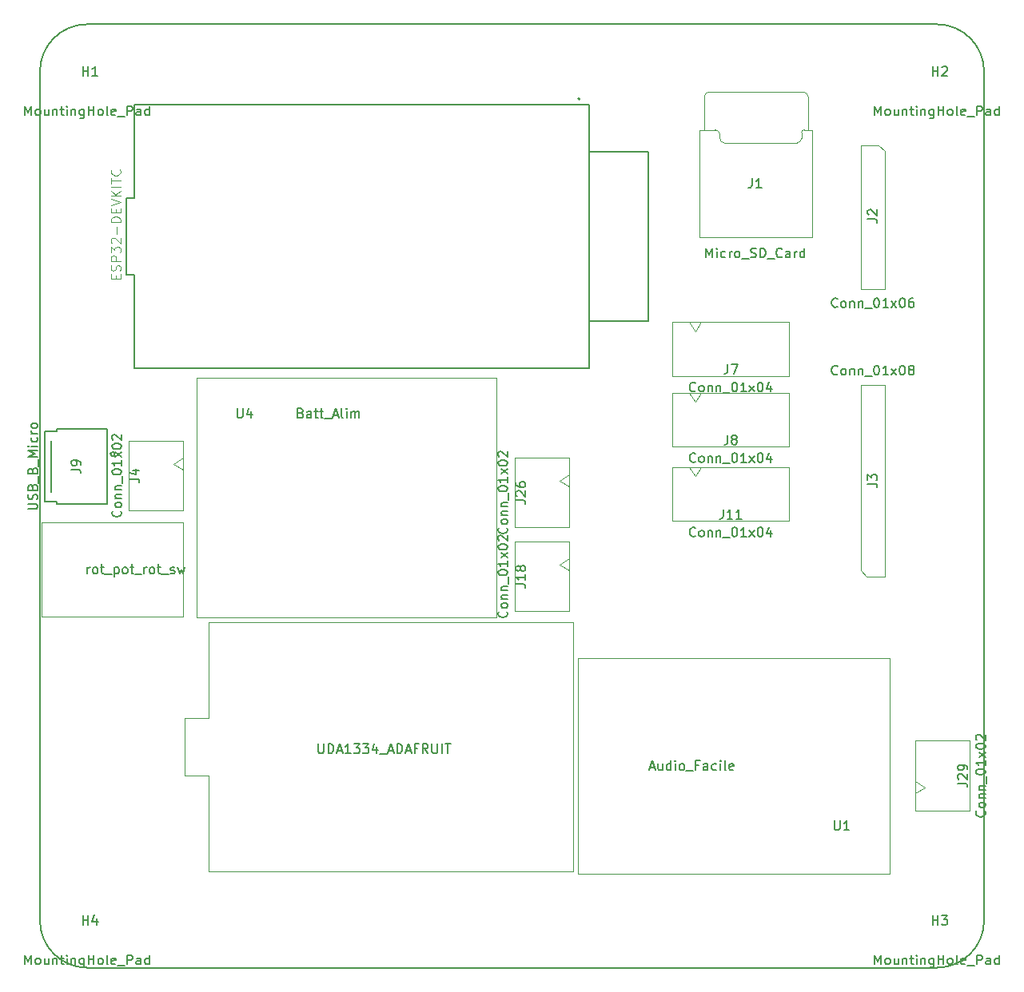
<source format=gbr>
%TF.GenerationSoftware,KiCad,Pcbnew,(5.1.6)-1*%
%TF.CreationDate,2021-04-09T09:14:04+02:00*%
%TF.ProjectId,03_La_Boite_A_Meuh,30335f4c-615f-4426-9f69-74655f415f4d,rev?*%
%TF.SameCoordinates,Original*%
%TF.FileFunction,Other,Fab,Top*%
%FSLAX46Y46*%
G04 Gerber Fmt 4.6, Leading zero omitted, Abs format (unit mm)*
G04 Created by KiCad (PCBNEW (5.1.6)-1) date 2021-04-09 09:14:04*
%MOMM*%
%LPD*%
G01*
G04 APERTURE LIST*
%TA.AperFunction,Profile*%
%ADD10C,0.150000*%
%TD*%
%ADD11C,0.127000*%
%ADD12C,0.200000*%
%ADD13C,0.120000*%
%ADD14C,0.150000*%
%ADD15C,0.100000*%
%ADD16C,0.015000*%
G04 APERTURE END LIST*
D10*
X180000000Y-55000000D02*
X195000000Y-55000000D01*
X157000000Y-55000000D02*
X180000000Y-55000000D01*
X195000000Y-55000000D02*
G75*
G02*
X200000000Y-60000000I0J-5000000D01*
G01*
X200000000Y-150000000D02*
G75*
G02*
X195000000Y-155000000I-5000000J0D01*
G01*
X105000000Y-155000000D02*
G75*
G02*
X100000000Y-150000000I0J5000000D01*
G01*
X100000000Y-60000000D02*
G75*
G02*
X105000000Y-55000000I5000000J0D01*
G01*
X100000000Y-150000000D02*
X100000000Y-60000000D01*
X195000000Y-155000000D02*
X105000000Y-155000000D01*
X200000000Y-60000000D02*
X200000000Y-150000000D01*
X105000000Y-55000000D02*
X157000000Y-55000000D01*
D11*
%TO.C,U2*%
X110012000Y-81530000D02*
X110012000Y-91420000D01*
X109112000Y-81530000D02*
X110012000Y-81530000D01*
X109112000Y-73400000D02*
X109112000Y-81530000D01*
X110012000Y-73400000D02*
X109112000Y-73400000D01*
X110012000Y-63520000D02*
X110012000Y-73400000D01*
X164412000Y-86470000D02*
X158212000Y-86470000D01*
X164412000Y-68470000D02*
X164412000Y-86470000D01*
X158212000Y-68470000D02*
X164412000Y-68470000D01*
X158212000Y-68470000D02*
X158212000Y-63520000D01*
X158212000Y-86470000D02*
X158212000Y-68470000D01*
X158212000Y-91420000D02*
X158212000Y-86470000D01*
X110012000Y-91420000D02*
X158212000Y-91420000D01*
X158212000Y-63520000D02*
X110012000Y-63520000D01*
D12*
X157182000Y-62900000D02*
G75*
G03*
X157182000Y-62900000I-100000J0D01*
G01*
D13*
%TO.C,U4*%
X148336000Y-117856000D02*
X148336000Y-92456000D01*
X116586000Y-117856000D02*
X148336000Y-117856000D01*
X116586000Y-111506000D02*
X116586000Y-117856000D01*
X116586000Y-92456000D02*
X148336000Y-92456000D01*
X116586000Y-111506000D02*
X116586000Y-92456000D01*
D14*
%TO.C,J9*%
X107152000Y-97854000D02*
X101752000Y-97854000D01*
X101752000Y-97854000D02*
X101752000Y-98154000D01*
X101752000Y-98154000D02*
X100552000Y-98154000D01*
X100552000Y-98154000D02*
X100552000Y-105554000D01*
X100552000Y-105554000D02*
X101752000Y-105554000D01*
X101752000Y-105554000D02*
X101752000Y-105854000D01*
X101752000Y-105854000D02*
X107152000Y-105854000D01*
X107152000Y-105854000D02*
X107152000Y-97854000D01*
X101152000Y-99154000D02*
X101152000Y-104554000D01*
X107627000Y-100779000D02*
X107452000Y-100554000D01*
X107452000Y-100554000D02*
X107627000Y-100329000D01*
X107627000Y-100329000D02*
X107852000Y-100329000D01*
X107852000Y-100329000D02*
X107852000Y-100779000D01*
X107852000Y-100779000D02*
X107627000Y-100779000D01*
D15*
%TO.C,J18*%
X156020000Y-109818000D02*
X150270000Y-109818000D01*
X150270000Y-109818000D02*
X150270000Y-117218000D01*
X150270000Y-117218000D02*
X156020000Y-117218000D01*
X156020000Y-117218000D02*
X156020000Y-109818000D01*
X156020000Y-111643000D02*
X155020000Y-112268000D01*
X155020000Y-112268000D02*
X156020000Y-112893000D01*
%TO.C,J26*%
X156020000Y-100928000D02*
X150270000Y-100928000D01*
X150270000Y-100928000D02*
X150270000Y-108328000D01*
X150270000Y-108328000D02*
X156020000Y-108328000D01*
X156020000Y-108328000D02*
X156020000Y-100928000D01*
X156020000Y-102753000D02*
X155020000Y-103378000D01*
X155020000Y-103378000D02*
X156020000Y-104003000D01*
%TO.C,J29*%
X192722000Y-138340000D02*
X198472000Y-138340000D01*
X198472000Y-138340000D02*
X198472000Y-130940000D01*
X198472000Y-130940000D02*
X192722000Y-130940000D01*
X192722000Y-130940000D02*
X192722000Y-138340000D01*
X192722000Y-136515000D02*
X193722000Y-135890000D01*
X193722000Y-135890000D02*
X192722000Y-135265000D01*
%TO.C,J7*%
X166968000Y-86550000D02*
X166968000Y-92300000D01*
X166968000Y-92300000D02*
X179368000Y-92300000D01*
X179368000Y-92300000D02*
X179368000Y-86550000D01*
X179368000Y-86550000D02*
X166968000Y-86550000D01*
X168793000Y-86550000D02*
X169418000Y-87550000D01*
X169418000Y-87550000D02*
X170043000Y-86550000D01*
%TO.C,J8*%
X166968000Y-94043000D02*
X166968000Y-99793000D01*
X166968000Y-99793000D02*
X179368000Y-99793000D01*
X179368000Y-99793000D02*
X179368000Y-94043000D01*
X179368000Y-94043000D02*
X166968000Y-94043000D01*
X168793000Y-94043000D02*
X169418000Y-95043000D01*
X169418000Y-95043000D02*
X170043000Y-94043000D01*
%TO.C,J11*%
X166968000Y-101917000D02*
X166968000Y-107667000D01*
X166968000Y-107667000D02*
X179368000Y-107667000D01*
X179368000Y-107667000D02*
X179368000Y-101917000D01*
X179368000Y-101917000D02*
X166968000Y-101917000D01*
X168793000Y-101917000D02*
X169418000Y-102917000D01*
X169418000Y-102917000D02*
X170043000Y-101917000D01*
%TO.C,J2*%
X186944000Y-67818000D02*
X188849000Y-67818000D01*
X188849000Y-67818000D02*
X189484000Y-68453000D01*
X189484000Y-68453000D02*
X189484000Y-83058000D01*
X189484000Y-83058000D02*
X186944000Y-83058000D01*
X186944000Y-83058000D02*
X186944000Y-67818000D01*
%TO.C,J4*%
X115126000Y-99150000D02*
X109376000Y-99150000D01*
X109376000Y-99150000D02*
X109376000Y-106550000D01*
X109376000Y-106550000D02*
X115126000Y-106550000D01*
X115126000Y-106550000D02*
X115126000Y-99150000D01*
X115126000Y-100975000D02*
X114126000Y-101600000D01*
X114126000Y-101600000D02*
X115126000Y-102225000D01*
%TO.C,J1*%
X170863000Y-62182000D02*
X180863000Y-62182000D01*
X180668000Y-66482000D02*
X180668000Y-67082000D01*
X169813000Y-66182000D02*
X171508000Y-66182000D01*
X172008000Y-67082000D02*
X172008000Y-66682000D01*
X180168000Y-67582000D02*
X172508000Y-67582000D01*
X181763000Y-77582000D02*
X169813000Y-77582000D01*
X169813000Y-66182000D02*
X169813000Y-77582000D01*
X181763000Y-66182000D02*
X180978000Y-66182000D01*
X181763000Y-77582000D02*
X181763000Y-66182000D01*
X181363000Y-66182000D02*
X181363000Y-62682000D01*
X170363000Y-62682000D02*
X170363000Y-66182000D01*
X170363000Y-62682000D02*
G75*
G02*
X170863000Y-62182000I500000J0D01*
G01*
X180863000Y-62182000D02*
G75*
G02*
X181363000Y-62682000I0J-500000D01*
G01*
X180668000Y-66482000D02*
G75*
G02*
X180968000Y-66182000I300000J0D01*
G01*
X180668000Y-67082000D02*
G75*
G02*
X180168000Y-67582000I-500000J0D01*
G01*
X172008000Y-67082000D02*
G75*
G03*
X172508000Y-67582000I500000J0D01*
G01*
X171508000Y-66182000D02*
G75*
G02*
X172008000Y-66682000I0J-500000D01*
G01*
%TO.C,J3*%
X189484000Y-113538000D02*
X187579000Y-113538000D01*
X187579000Y-113538000D02*
X186944000Y-112903000D01*
X186944000Y-112903000D02*
X186944000Y-93218000D01*
X186944000Y-93218000D02*
X189484000Y-93218000D01*
X189484000Y-93218000D02*
X189484000Y-113538000D01*
D13*
%TO.C,U3*%
X115156000Y-117776000D02*
X100156000Y-117776000D01*
X100156000Y-117776000D02*
X100156000Y-107776000D01*
X100156000Y-107776000D02*
X115156000Y-107776000D01*
X115156000Y-107776000D02*
X115156000Y-117776000D01*
%TO.C,U5*%
X117856000Y-144780000D02*
X156464000Y-144780000D01*
X117856000Y-134620000D02*
X117856000Y-144780000D01*
X115316000Y-134620000D02*
X117856000Y-134620000D01*
X115316000Y-128524000D02*
X115316000Y-134620000D01*
X117856000Y-128524000D02*
X115316000Y-128524000D01*
X117856000Y-118364000D02*
X117856000Y-128524000D01*
X156464000Y-118364000D02*
X117856000Y-118364000D01*
X156464000Y-144780000D02*
X156464000Y-118364000D01*
%TO.C,U1*%
X189992000Y-124714000D02*
X189992000Y-145034000D01*
X189992000Y-145034000D02*
X156972000Y-145034000D01*
X189992000Y-124714000D02*
X189992000Y-122174000D01*
X189992000Y-122174000D02*
X156972000Y-122174000D01*
X156972000Y-122174000D02*
X156972000Y-145034000D01*
%TD*%
%TO.C,U2*%
D16*
X108005571Y-81961904D02*
X108005571Y-81628571D01*
X108529380Y-81485714D02*
X108529380Y-81961904D01*
X107529380Y-81961904D01*
X107529380Y-81485714D01*
X108481761Y-81104761D02*
X108529380Y-80961904D01*
X108529380Y-80723809D01*
X108481761Y-80628571D01*
X108434142Y-80580952D01*
X108338904Y-80533333D01*
X108243666Y-80533333D01*
X108148428Y-80580952D01*
X108100809Y-80628571D01*
X108053190Y-80723809D01*
X108005571Y-80914285D01*
X107957952Y-81009523D01*
X107910333Y-81057142D01*
X107815095Y-81104761D01*
X107719857Y-81104761D01*
X107624619Y-81057142D01*
X107577000Y-81009523D01*
X107529380Y-80914285D01*
X107529380Y-80676190D01*
X107577000Y-80533333D01*
X108529380Y-80104761D02*
X107529380Y-80104761D01*
X107529380Y-79723809D01*
X107577000Y-79628571D01*
X107624619Y-79580952D01*
X107719857Y-79533333D01*
X107862714Y-79533333D01*
X107957952Y-79580952D01*
X108005571Y-79628571D01*
X108053190Y-79723809D01*
X108053190Y-80104761D01*
X107529380Y-79200000D02*
X107529380Y-78580952D01*
X107910333Y-78914285D01*
X107910333Y-78771428D01*
X107957952Y-78676190D01*
X108005571Y-78628571D01*
X108100809Y-78580952D01*
X108338904Y-78580952D01*
X108434142Y-78628571D01*
X108481761Y-78676190D01*
X108529380Y-78771428D01*
X108529380Y-79057142D01*
X108481761Y-79152380D01*
X108434142Y-79200000D01*
X107624619Y-78200000D02*
X107577000Y-78152380D01*
X107529380Y-78057142D01*
X107529380Y-77819047D01*
X107577000Y-77723809D01*
X107624619Y-77676190D01*
X107719857Y-77628571D01*
X107815095Y-77628571D01*
X107957952Y-77676190D01*
X108529380Y-78247619D01*
X108529380Y-77628571D01*
X108148428Y-77200000D02*
X108148428Y-76438095D01*
X108529380Y-75961904D02*
X107529380Y-75961904D01*
X107529380Y-75723809D01*
X107577000Y-75580952D01*
X107672238Y-75485714D01*
X107767476Y-75438095D01*
X107957952Y-75390476D01*
X108100809Y-75390476D01*
X108291285Y-75438095D01*
X108386523Y-75485714D01*
X108481761Y-75580952D01*
X108529380Y-75723809D01*
X108529380Y-75961904D01*
X108005571Y-74961904D02*
X108005571Y-74628571D01*
X108529380Y-74485714D02*
X108529380Y-74961904D01*
X107529380Y-74961904D01*
X107529380Y-74485714D01*
X107529380Y-74200000D02*
X108529380Y-73866666D01*
X107529380Y-73533333D01*
X108529380Y-73200000D02*
X107529380Y-73200000D01*
X108529380Y-72628571D02*
X107957952Y-73057142D01*
X107529380Y-72628571D02*
X108100809Y-73200000D01*
X108529380Y-72200000D02*
X107529380Y-72200000D01*
X107529380Y-71866666D02*
X107529380Y-71295238D01*
X108529380Y-71580952D02*
X107529380Y-71580952D01*
X108434142Y-70390476D02*
X108481761Y-70438095D01*
X108529380Y-70580952D01*
X108529380Y-70676190D01*
X108481761Y-70819047D01*
X108386523Y-70914285D01*
X108291285Y-70961904D01*
X108100809Y-71009523D01*
X107957952Y-71009523D01*
X107767476Y-70961904D01*
X107672238Y-70914285D01*
X107577000Y-70819047D01*
X107529380Y-70676190D01*
X107529380Y-70580952D01*
X107577000Y-70438095D01*
X107624619Y-70390476D01*
%TO.C,U4*%
D14*
X127627428Y-96194571D02*
X127770285Y-96242190D01*
X127817904Y-96289809D01*
X127865523Y-96385047D01*
X127865523Y-96527904D01*
X127817904Y-96623142D01*
X127770285Y-96670761D01*
X127675047Y-96718380D01*
X127294095Y-96718380D01*
X127294095Y-95718380D01*
X127627428Y-95718380D01*
X127722666Y-95766000D01*
X127770285Y-95813619D01*
X127817904Y-95908857D01*
X127817904Y-96004095D01*
X127770285Y-96099333D01*
X127722666Y-96146952D01*
X127627428Y-96194571D01*
X127294095Y-96194571D01*
X128722666Y-96718380D02*
X128722666Y-96194571D01*
X128675047Y-96099333D01*
X128579809Y-96051714D01*
X128389333Y-96051714D01*
X128294095Y-96099333D01*
X128722666Y-96670761D02*
X128627428Y-96718380D01*
X128389333Y-96718380D01*
X128294095Y-96670761D01*
X128246476Y-96575523D01*
X128246476Y-96480285D01*
X128294095Y-96385047D01*
X128389333Y-96337428D01*
X128627428Y-96337428D01*
X128722666Y-96289809D01*
X129056000Y-96051714D02*
X129436952Y-96051714D01*
X129198857Y-95718380D02*
X129198857Y-96575523D01*
X129246476Y-96670761D01*
X129341714Y-96718380D01*
X129436952Y-96718380D01*
X129627428Y-96051714D02*
X130008380Y-96051714D01*
X129770285Y-95718380D02*
X129770285Y-96575523D01*
X129817904Y-96670761D01*
X129913142Y-96718380D01*
X130008380Y-96718380D01*
X130103619Y-96813619D02*
X130865523Y-96813619D01*
X131056000Y-96432666D02*
X131532190Y-96432666D01*
X130960761Y-96718380D02*
X131294095Y-95718380D01*
X131627428Y-96718380D01*
X132103619Y-96718380D02*
X132008380Y-96670761D01*
X131960761Y-96575523D01*
X131960761Y-95718380D01*
X132484571Y-96718380D02*
X132484571Y-96051714D01*
X132484571Y-95718380D02*
X132436952Y-95766000D01*
X132484571Y-95813619D01*
X132532190Y-95766000D01*
X132484571Y-95718380D01*
X132484571Y-95813619D01*
X132960761Y-96718380D02*
X132960761Y-96051714D01*
X132960761Y-96146952D02*
X133008380Y-96099333D01*
X133103619Y-96051714D01*
X133246476Y-96051714D01*
X133341714Y-96099333D01*
X133389333Y-96194571D01*
X133389333Y-96718380D01*
X133389333Y-96194571D02*
X133436952Y-96099333D01*
X133532190Y-96051714D01*
X133675047Y-96051714D01*
X133770285Y-96099333D01*
X133817904Y-96194571D01*
X133817904Y-96718380D01*
X120904095Y-95718380D02*
X120904095Y-96527904D01*
X120951714Y-96623142D01*
X120999333Y-96670761D01*
X121094571Y-96718380D01*
X121285047Y-96718380D01*
X121380285Y-96670761D01*
X121427904Y-96623142D01*
X121475523Y-96527904D01*
X121475523Y-95718380D01*
X122380285Y-96051714D02*
X122380285Y-96718380D01*
X122142190Y-95670761D02*
X121904095Y-96385047D01*
X122523142Y-96385047D01*
%TO.C,J9*%
X98754380Y-106377809D02*
X99563904Y-106377809D01*
X99659142Y-106330190D01*
X99706761Y-106282571D01*
X99754380Y-106187333D01*
X99754380Y-105996857D01*
X99706761Y-105901619D01*
X99659142Y-105854000D01*
X99563904Y-105806380D01*
X98754380Y-105806380D01*
X99706761Y-105377809D02*
X99754380Y-105234952D01*
X99754380Y-104996857D01*
X99706761Y-104901619D01*
X99659142Y-104854000D01*
X99563904Y-104806380D01*
X99468666Y-104806380D01*
X99373428Y-104854000D01*
X99325809Y-104901619D01*
X99278190Y-104996857D01*
X99230571Y-105187333D01*
X99182952Y-105282571D01*
X99135333Y-105330190D01*
X99040095Y-105377809D01*
X98944857Y-105377809D01*
X98849619Y-105330190D01*
X98802000Y-105282571D01*
X98754380Y-105187333D01*
X98754380Y-104949238D01*
X98802000Y-104806380D01*
X99230571Y-104044476D02*
X99278190Y-103901619D01*
X99325809Y-103854000D01*
X99421047Y-103806380D01*
X99563904Y-103806380D01*
X99659142Y-103854000D01*
X99706761Y-103901619D01*
X99754380Y-103996857D01*
X99754380Y-104377809D01*
X98754380Y-104377809D01*
X98754380Y-104044476D01*
X98802000Y-103949238D01*
X98849619Y-103901619D01*
X98944857Y-103854000D01*
X99040095Y-103854000D01*
X99135333Y-103901619D01*
X99182952Y-103949238D01*
X99230571Y-104044476D01*
X99230571Y-104377809D01*
X99849619Y-103615904D02*
X99849619Y-102854000D01*
X99230571Y-102282571D02*
X99278190Y-102139714D01*
X99325809Y-102092095D01*
X99421047Y-102044476D01*
X99563904Y-102044476D01*
X99659142Y-102092095D01*
X99706761Y-102139714D01*
X99754380Y-102234952D01*
X99754380Y-102615904D01*
X98754380Y-102615904D01*
X98754380Y-102282571D01*
X98802000Y-102187333D01*
X98849619Y-102139714D01*
X98944857Y-102092095D01*
X99040095Y-102092095D01*
X99135333Y-102139714D01*
X99182952Y-102187333D01*
X99230571Y-102282571D01*
X99230571Y-102615904D01*
X99849619Y-101854000D02*
X99849619Y-101092095D01*
X99754380Y-100854000D02*
X98754380Y-100854000D01*
X99468666Y-100520666D01*
X98754380Y-100187333D01*
X99754380Y-100187333D01*
X99754380Y-99711142D02*
X99087714Y-99711142D01*
X98754380Y-99711142D02*
X98802000Y-99758761D01*
X98849619Y-99711142D01*
X98802000Y-99663523D01*
X98754380Y-99711142D01*
X98849619Y-99711142D01*
X99706761Y-98806380D02*
X99754380Y-98901619D01*
X99754380Y-99092095D01*
X99706761Y-99187333D01*
X99659142Y-99234952D01*
X99563904Y-99282571D01*
X99278190Y-99282571D01*
X99182952Y-99234952D01*
X99135333Y-99187333D01*
X99087714Y-99092095D01*
X99087714Y-98901619D01*
X99135333Y-98806380D01*
X99754380Y-98377809D02*
X99087714Y-98377809D01*
X99278190Y-98377809D02*
X99182952Y-98330190D01*
X99135333Y-98282571D01*
X99087714Y-98187333D01*
X99087714Y-98092095D01*
X99754380Y-97615904D02*
X99706761Y-97711142D01*
X99659142Y-97758761D01*
X99563904Y-97806380D01*
X99278190Y-97806380D01*
X99182952Y-97758761D01*
X99135333Y-97711142D01*
X99087714Y-97615904D01*
X99087714Y-97473047D01*
X99135333Y-97377809D01*
X99182952Y-97330190D01*
X99278190Y-97282571D01*
X99563904Y-97282571D01*
X99659142Y-97330190D01*
X99706761Y-97377809D01*
X99754380Y-97473047D01*
X99754380Y-97615904D01*
X103304380Y-102187333D02*
X104018666Y-102187333D01*
X104161523Y-102234952D01*
X104256761Y-102330190D01*
X104304380Y-102473047D01*
X104304380Y-102568285D01*
X104304380Y-101663523D02*
X104304380Y-101473047D01*
X104256761Y-101377809D01*
X104209142Y-101330190D01*
X104066285Y-101234952D01*
X103875809Y-101187333D01*
X103494857Y-101187333D01*
X103399619Y-101234952D01*
X103352000Y-101282571D01*
X103304380Y-101377809D01*
X103304380Y-101568285D01*
X103352000Y-101663523D01*
X103399619Y-101711142D01*
X103494857Y-101758761D01*
X103732952Y-101758761D01*
X103828190Y-101711142D01*
X103875809Y-101663523D01*
X103923428Y-101568285D01*
X103923428Y-101377809D01*
X103875809Y-101282571D01*
X103828190Y-101234952D01*
X103732952Y-101187333D01*
%TO.C,H3*%
X188428571Y-154652380D02*
X188428571Y-153652380D01*
X188761904Y-154366666D01*
X189095238Y-153652380D01*
X189095238Y-154652380D01*
X189714285Y-154652380D02*
X189619047Y-154604761D01*
X189571428Y-154557142D01*
X189523809Y-154461904D01*
X189523809Y-154176190D01*
X189571428Y-154080952D01*
X189619047Y-154033333D01*
X189714285Y-153985714D01*
X189857142Y-153985714D01*
X189952380Y-154033333D01*
X190000000Y-154080952D01*
X190047619Y-154176190D01*
X190047619Y-154461904D01*
X190000000Y-154557142D01*
X189952380Y-154604761D01*
X189857142Y-154652380D01*
X189714285Y-154652380D01*
X190904761Y-153985714D02*
X190904761Y-154652380D01*
X190476190Y-153985714D02*
X190476190Y-154509523D01*
X190523809Y-154604761D01*
X190619047Y-154652380D01*
X190761904Y-154652380D01*
X190857142Y-154604761D01*
X190904761Y-154557142D01*
X191380952Y-153985714D02*
X191380952Y-154652380D01*
X191380952Y-154080952D02*
X191428571Y-154033333D01*
X191523809Y-153985714D01*
X191666666Y-153985714D01*
X191761904Y-154033333D01*
X191809523Y-154128571D01*
X191809523Y-154652380D01*
X192142857Y-153985714D02*
X192523809Y-153985714D01*
X192285714Y-153652380D02*
X192285714Y-154509523D01*
X192333333Y-154604761D01*
X192428571Y-154652380D01*
X192523809Y-154652380D01*
X192857142Y-154652380D02*
X192857142Y-153985714D01*
X192857142Y-153652380D02*
X192809523Y-153700000D01*
X192857142Y-153747619D01*
X192904761Y-153700000D01*
X192857142Y-153652380D01*
X192857142Y-153747619D01*
X193333333Y-153985714D02*
X193333333Y-154652380D01*
X193333333Y-154080952D02*
X193380952Y-154033333D01*
X193476190Y-153985714D01*
X193619047Y-153985714D01*
X193714285Y-154033333D01*
X193761904Y-154128571D01*
X193761904Y-154652380D01*
X194666666Y-153985714D02*
X194666666Y-154795238D01*
X194619047Y-154890476D01*
X194571428Y-154938095D01*
X194476190Y-154985714D01*
X194333333Y-154985714D01*
X194238095Y-154938095D01*
X194666666Y-154604761D02*
X194571428Y-154652380D01*
X194380952Y-154652380D01*
X194285714Y-154604761D01*
X194238095Y-154557142D01*
X194190476Y-154461904D01*
X194190476Y-154176190D01*
X194238095Y-154080952D01*
X194285714Y-154033333D01*
X194380952Y-153985714D01*
X194571428Y-153985714D01*
X194666666Y-154033333D01*
X195142857Y-154652380D02*
X195142857Y-153652380D01*
X195142857Y-154128571D02*
X195714285Y-154128571D01*
X195714285Y-154652380D02*
X195714285Y-153652380D01*
X196333333Y-154652380D02*
X196238095Y-154604761D01*
X196190476Y-154557142D01*
X196142857Y-154461904D01*
X196142857Y-154176190D01*
X196190476Y-154080952D01*
X196238095Y-154033333D01*
X196333333Y-153985714D01*
X196476190Y-153985714D01*
X196571428Y-154033333D01*
X196619047Y-154080952D01*
X196666666Y-154176190D01*
X196666666Y-154461904D01*
X196619047Y-154557142D01*
X196571428Y-154604761D01*
X196476190Y-154652380D01*
X196333333Y-154652380D01*
X197238095Y-154652380D02*
X197142857Y-154604761D01*
X197095238Y-154509523D01*
X197095238Y-153652380D01*
X198000000Y-154604761D02*
X197904761Y-154652380D01*
X197714285Y-154652380D01*
X197619047Y-154604761D01*
X197571428Y-154509523D01*
X197571428Y-154128571D01*
X197619047Y-154033333D01*
X197714285Y-153985714D01*
X197904761Y-153985714D01*
X198000000Y-154033333D01*
X198047619Y-154128571D01*
X198047619Y-154223809D01*
X197571428Y-154319047D01*
X198238095Y-154747619D02*
X199000000Y-154747619D01*
X199238095Y-154652380D02*
X199238095Y-153652380D01*
X199619047Y-153652380D01*
X199714285Y-153700000D01*
X199761904Y-153747619D01*
X199809523Y-153842857D01*
X199809523Y-153985714D01*
X199761904Y-154080952D01*
X199714285Y-154128571D01*
X199619047Y-154176190D01*
X199238095Y-154176190D01*
X200666666Y-154652380D02*
X200666666Y-154128571D01*
X200619047Y-154033333D01*
X200523809Y-153985714D01*
X200333333Y-153985714D01*
X200238095Y-154033333D01*
X200666666Y-154604761D02*
X200571428Y-154652380D01*
X200333333Y-154652380D01*
X200238095Y-154604761D01*
X200190476Y-154509523D01*
X200190476Y-154414285D01*
X200238095Y-154319047D01*
X200333333Y-154271428D01*
X200571428Y-154271428D01*
X200666666Y-154223809D01*
X201571428Y-154652380D02*
X201571428Y-153652380D01*
X201571428Y-154604761D02*
X201476190Y-154652380D01*
X201285714Y-154652380D01*
X201190476Y-154604761D01*
X201142857Y-154557142D01*
X201095238Y-154461904D01*
X201095238Y-154176190D01*
X201142857Y-154080952D01*
X201190476Y-154033333D01*
X201285714Y-153985714D01*
X201476190Y-153985714D01*
X201571428Y-154033333D01*
X194538095Y-150452380D02*
X194538095Y-149452380D01*
X194538095Y-149928571D02*
X195109523Y-149928571D01*
X195109523Y-150452380D02*
X195109523Y-149452380D01*
X195490476Y-149452380D02*
X196109523Y-149452380D01*
X195776190Y-149833333D01*
X195919047Y-149833333D01*
X196014285Y-149880952D01*
X196061904Y-149928571D01*
X196109523Y-150023809D01*
X196109523Y-150261904D01*
X196061904Y-150357142D01*
X196014285Y-150404761D01*
X195919047Y-150452380D01*
X195633333Y-150452380D01*
X195538095Y-150404761D01*
X195490476Y-150357142D01*
%TO.C,H1*%
X98428571Y-64652380D02*
X98428571Y-63652380D01*
X98761904Y-64366666D01*
X99095238Y-63652380D01*
X99095238Y-64652380D01*
X99714285Y-64652380D02*
X99619047Y-64604761D01*
X99571428Y-64557142D01*
X99523809Y-64461904D01*
X99523809Y-64176190D01*
X99571428Y-64080952D01*
X99619047Y-64033333D01*
X99714285Y-63985714D01*
X99857142Y-63985714D01*
X99952380Y-64033333D01*
X100000000Y-64080952D01*
X100047619Y-64176190D01*
X100047619Y-64461904D01*
X100000000Y-64557142D01*
X99952380Y-64604761D01*
X99857142Y-64652380D01*
X99714285Y-64652380D01*
X100904761Y-63985714D02*
X100904761Y-64652380D01*
X100476190Y-63985714D02*
X100476190Y-64509523D01*
X100523809Y-64604761D01*
X100619047Y-64652380D01*
X100761904Y-64652380D01*
X100857142Y-64604761D01*
X100904761Y-64557142D01*
X101380952Y-63985714D02*
X101380952Y-64652380D01*
X101380952Y-64080952D02*
X101428571Y-64033333D01*
X101523809Y-63985714D01*
X101666666Y-63985714D01*
X101761904Y-64033333D01*
X101809523Y-64128571D01*
X101809523Y-64652380D01*
X102142857Y-63985714D02*
X102523809Y-63985714D01*
X102285714Y-63652380D02*
X102285714Y-64509523D01*
X102333333Y-64604761D01*
X102428571Y-64652380D01*
X102523809Y-64652380D01*
X102857142Y-64652380D02*
X102857142Y-63985714D01*
X102857142Y-63652380D02*
X102809523Y-63700000D01*
X102857142Y-63747619D01*
X102904761Y-63700000D01*
X102857142Y-63652380D01*
X102857142Y-63747619D01*
X103333333Y-63985714D02*
X103333333Y-64652380D01*
X103333333Y-64080952D02*
X103380952Y-64033333D01*
X103476190Y-63985714D01*
X103619047Y-63985714D01*
X103714285Y-64033333D01*
X103761904Y-64128571D01*
X103761904Y-64652380D01*
X104666666Y-63985714D02*
X104666666Y-64795238D01*
X104619047Y-64890476D01*
X104571428Y-64938095D01*
X104476190Y-64985714D01*
X104333333Y-64985714D01*
X104238095Y-64938095D01*
X104666666Y-64604761D02*
X104571428Y-64652380D01*
X104380952Y-64652380D01*
X104285714Y-64604761D01*
X104238095Y-64557142D01*
X104190476Y-64461904D01*
X104190476Y-64176190D01*
X104238095Y-64080952D01*
X104285714Y-64033333D01*
X104380952Y-63985714D01*
X104571428Y-63985714D01*
X104666666Y-64033333D01*
X105142857Y-64652380D02*
X105142857Y-63652380D01*
X105142857Y-64128571D02*
X105714285Y-64128571D01*
X105714285Y-64652380D02*
X105714285Y-63652380D01*
X106333333Y-64652380D02*
X106238095Y-64604761D01*
X106190476Y-64557142D01*
X106142857Y-64461904D01*
X106142857Y-64176190D01*
X106190476Y-64080952D01*
X106238095Y-64033333D01*
X106333333Y-63985714D01*
X106476190Y-63985714D01*
X106571428Y-64033333D01*
X106619047Y-64080952D01*
X106666666Y-64176190D01*
X106666666Y-64461904D01*
X106619047Y-64557142D01*
X106571428Y-64604761D01*
X106476190Y-64652380D01*
X106333333Y-64652380D01*
X107238095Y-64652380D02*
X107142857Y-64604761D01*
X107095238Y-64509523D01*
X107095238Y-63652380D01*
X108000000Y-64604761D02*
X107904761Y-64652380D01*
X107714285Y-64652380D01*
X107619047Y-64604761D01*
X107571428Y-64509523D01*
X107571428Y-64128571D01*
X107619047Y-64033333D01*
X107714285Y-63985714D01*
X107904761Y-63985714D01*
X108000000Y-64033333D01*
X108047619Y-64128571D01*
X108047619Y-64223809D01*
X107571428Y-64319047D01*
X108238095Y-64747619D02*
X109000000Y-64747619D01*
X109238095Y-64652380D02*
X109238095Y-63652380D01*
X109619047Y-63652380D01*
X109714285Y-63700000D01*
X109761904Y-63747619D01*
X109809523Y-63842857D01*
X109809523Y-63985714D01*
X109761904Y-64080952D01*
X109714285Y-64128571D01*
X109619047Y-64176190D01*
X109238095Y-64176190D01*
X110666666Y-64652380D02*
X110666666Y-64128571D01*
X110619047Y-64033333D01*
X110523809Y-63985714D01*
X110333333Y-63985714D01*
X110238095Y-64033333D01*
X110666666Y-64604761D02*
X110571428Y-64652380D01*
X110333333Y-64652380D01*
X110238095Y-64604761D01*
X110190476Y-64509523D01*
X110190476Y-64414285D01*
X110238095Y-64319047D01*
X110333333Y-64271428D01*
X110571428Y-64271428D01*
X110666666Y-64223809D01*
X111571428Y-64652380D02*
X111571428Y-63652380D01*
X111571428Y-64604761D02*
X111476190Y-64652380D01*
X111285714Y-64652380D01*
X111190476Y-64604761D01*
X111142857Y-64557142D01*
X111095238Y-64461904D01*
X111095238Y-64176190D01*
X111142857Y-64080952D01*
X111190476Y-64033333D01*
X111285714Y-63985714D01*
X111476190Y-63985714D01*
X111571428Y-64033333D01*
X104538095Y-60452380D02*
X104538095Y-59452380D01*
X104538095Y-59928571D02*
X105109523Y-59928571D01*
X105109523Y-60452380D02*
X105109523Y-59452380D01*
X106109523Y-60452380D02*
X105538095Y-60452380D01*
X105823809Y-60452380D02*
X105823809Y-59452380D01*
X105728571Y-59595238D01*
X105633333Y-59690476D01*
X105538095Y-59738095D01*
%TO.C,H2*%
X188428571Y-64652380D02*
X188428571Y-63652380D01*
X188761904Y-64366666D01*
X189095238Y-63652380D01*
X189095238Y-64652380D01*
X189714285Y-64652380D02*
X189619047Y-64604761D01*
X189571428Y-64557142D01*
X189523809Y-64461904D01*
X189523809Y-64176190D01*
X189571428Y-64080952D01*
X189619047Y-64033333D01*
X189714285Y-63985714D01*
X189857142Y-63985714D01*
X189952380Y-64033333D01*
X190000000Y-64080952D01*
X190047619Y-64176190D01*
X190047619Y-64461904D01*
X190000000Y-64557142D01*
X189952380Y-64604761D01*
X189857142Y-64652380D01*
X189714285Y-64652380D01*
X190904761Y-63985714D02*
X190904761Y-64652380D01*
X190476190Y-63985714D02*
X190476190Y-64509523D01*
X190523809Y-64604761D01*
X190619047Y-64652380D01*
X190761904Y-64652380D01*
X190857142Y-64604761D01*
X190904761Y-64557142D01*
X191380952Y-63985714D02*
X191380952Y-64652380D01*
X191380952Y-64080952D02*
X191428571Y-64033333D01*
X191523809Y-63985714D01*
X191666666Y-63985714D01*
X191761904Y-64033333D01*
X191809523Y-64128571D01*
X191809523Y-64652380D01*
X192142857Y-63985714D02*
X192523809Y-63985714D01*
X192285714Y-63652380D02*
X192285714Y-64509523D01*
X192333333Y-64604761D01*
X192428571Y-64652380D01*
X192523809Y-64652380D01*
X192857142Y-64652380D02*
X192857142Y-63985714D01*
X192857142Y-63652380D02*
X192809523Y-63700000D01*
X192857142Y-63747619D01*
X192904761Y-63700000D01*
X192857142Y-63652380D01*
X192857142Y-63747619D01*
X193333333Y-63985714D02*
X193333333Y-64652380D01*
X193333333Y-64080952D02*
X193380952Y-64033333D01*
X193476190Y-63985714D01*
X193619047Y-63985714D01*
X193714285Y-64033333D01*
X193761904Y-64128571D01*
X193761904Y-64652380D01*
X194666666Y-63985714D02*
X194666666Y-64795238D01*
X194619047Y-64890476D01*
X194571428Y-64938095D01*
X194476190Y-64985714D01*
X194333333Y-64985714D01*
X194238095Y-64938095D01*
X194666666Y-64604761D02*
X194571428Y-64652380D01*
X194380952Y-64652380D01*
X194285714Y-64604761D01*
X194238095Y-64557142D01*
X194190476Y-64461904D01*
X194190476Y-64176190D01*
X194238095Y-64080952D01*
X194285714Y-64033333D01*
X194380952Y-63985714D01*
X194571428Y-63985714D01*
X194666666Y-64033333D01*
X195142857Y-64652380D02*
X195142857Y-63652380D01*
X195142857Y-64128571D02*
X195714285Y-64128571D01*
X195714285Y-64652380D02*
X195714285Y-63652380D01*
X196333333Y-64652380D02*
X196238095Y-64604761D01*
X196190476Y-64557142D01*
X196142857Y-64461904D01*
X196142857Y-64176190D01*
X196190476Y-64080952D01*
X196238095Y-64033333D01*
X196333333Y-63985714D01*
X196476190Y-63985714D01*
X196571428Y-64033333D01*
X196619047Y-64080952D01*
X196666666Y-64176190D01*
X196666666Y-64461904D01*
X196619047Y-64557142D01*
X196571428Y-64604761D01*
X196476190Y-64652380D01*
X196333333Y-64652380D01*
X197238095Y-64652380D02*
X197142857Y-64604761D01*
X197095238Y-64509523D01*
X197095238Y-63652380D01*
X198000000Y-64604761D02*
X197904761Y-64652380D01*
X197714285Y-64652380D01*
X197619047Y-64604761D01*
X197571428Y-64509523D01*
X197571428Y-64128571D01*
X197619047Y-64033333D01*
X197714285Y-63985714D01*
X197904761Y-63985714D01*
X198000000Y-64033333D01*
X198047619Y-64128571D01*
X198047619Y-64223809D01*
X197571428Y-64319047D01*
X198238095Y-64747619D02*
X199000000Y-64747619D01*
X199238095Y-64652380D02*
X199238095Y-63652380D01*
X199619047Y-63652380D01*
X199714285Y-63700000D01*
X199761904Y-63747619D01*
X199809523Y-63842857D01*
X199809523Y-63985714D01*
X199761904Y-64080952D01*
X199714285Y-64128571D01*
X199619047Y-64176190D01*
X199238095Y-64176190D01*
X200666666Y-64652380D02*
X200666666Y-64128571D01*
X200619047Y-64033333D01*
X200523809Y-63985714D01*
X200333333Y-63985714D01*
X200238095Y-64033333D01*
X200666666Y-64604761D02*
X200571428Y-64652380D01*
X200333333Y-64652380D01*
X200238095Y-64604761D01*
X200190476Y-64509523D01*
X200190476Y-64414285D01*
X200238095Y-64319047D01*
X200333333Y-64271428D01*
X200571428Y-64271428D01*
X200666666Y-64223809D01*
X201571428Y-64652380D02*
X201571428Y-63652380D01*
X201571428Y-64604761D02*
X201476190Y-64652380D01*
X201285714Y-64652380D01*
X201190476Y-64604761D01*
X201142857Y-64557142D01*
X201095238Y-64461904D01*
X201095238Y-64176190D01*
X201142857Y-64080952D01*
X201190476Y-64033333D01*
X201285714Y-63985714D01*
X201476190Y-63985714D01*
X201571428Y-64033333D01*
X194538095Y-60452380D02*
X194538095Y-59452380D01*
X194538095Y-59928571D02*
X195109523Y-59928571D01*
X195109523Y-60452380D02*
X195109523Y-59452380D01*
X195538095Y-59547619D02*
X195585714Y-59500000D01*
X195680952Y-59452380D01*
X195919047Y-59452380D01*
X196014285Y-59500000D01*
X196061904Y-59547619D01*
X196109523Y-59642857D01*
X196109523Y-59738095D01*
X196061904Y-59880952D01*
X195490476Y-60452380D01*
X196109523Y-60452380D01*
%TO.C,H4*%
X98428571Y-154652380D02*
X98428571Y-153652380D01*
X98761904Y-154366666D01*
X99095238Y-153652380D01*
X99095238Y-154652380D01*
X99714285Y-154652380D02*
X99619047Y-154604761D01*
X99571428Y-154557142D01*
X99523809Y-154461904D01*
X99523809Y-154176190D01*
X99571428Y-154080952D01*
X99619047Y-154033333D01*
X99714285Y-153985714D01*
X99857142Y-153985714D01*
X99952380Y-154033333D01*
X100000000Y-154080952D01*
X100047619Y-154176190D01*
X100047619Y-154461904D01*
X100000000Y-154557142D01*
X99952380Y-154604761D01*
X99857142Y-154652380D01*
X99714285Y-154652380D01*
X100904761Y-153985714D02*
X100904761Y-154652380D01*
X100476190Y-153985714D02*
X100476190Y-154509523D01*
X100523809Y-154604761D01*
X100619047Y-154652380D01*
X100761904Y-154652380D01*
X100857142Y-154604761D01*
X100904761Y-154557142D01*
X101380952Y-153985714D02*
X101380952Y-154652380D01*
X101380952Y-154080952D02*
X101428571Y-154033333D01*
X101523809Y-153985714D01*
X101666666Y-153985714D01*
X101761904Y-154033333D01*
X101809523Y-154128571D01*
X101809523Y-154652380D01*
X102142857Y-153985714D02*
X102523809Y-153985714D01*
X102285714Y-153652380D02*
X102285714Y-154509523D01*
X102333333Y-154604761D01*
X102428571Y-154652380D01*
X102523809Y-154652380D01*
X102857142Y-154652380D02*
X102857142Y-153985714D01*
X102857142Y-153652380D02*
X102809523Y-153700000D01*
X102857142Y-153747619D01*
X102904761Y-153700000D01*
X102857142Y-153652380D01*
X102857142Y-153747619D01*
X103333333Y-153985714D02*
X103333333Y-154652380D01*
X103333333Y-154080952D02*
X103380952Y-154033333D01*
X103476190Y-153985714D01*
X103619047Y-153985714D01*
X103714285Y-154033333D01*
X103761904Y-154128571D01*
X103761904Y-154652380D01*
X104666666Y-153985714D02*
X104666666Y-154795238D01*
X104619047Y-154890476D01*
X104571428Y-154938095D01*
X104476190Y-154985714D01*
X104333333Y-154985714D01*
X104238095Y-154938095D01*
X104666666Y-154604761D02*
X104571428Y-154652380D01*
X104380952Y-154652380D01*
X104285714Y-154604761D01*
X104238095Y-154557142D01*
X104190476Y-154461904D01*
X104190476Y-154176190D01*
X104238095Y-154080952D01*
X104285714Y-154033333D01*
X104380952Y-153985714D01*
X104571428Y-153985714D01*
X104666666Y-154033333D01*
X105142857Y-154652380D02*
X105142857Y-153652380D01*
X105142857Y-154128571D02*
X105714285Y-154128571D01*
X105714285Y-154652380D02*
X105714285Y-153652380D01*
X106333333Y-154652380D02*
X106238095Y-154604761D01*
X106190476Y-154557142D01*
X106142857Y-154461904D01*
X106142857Y-154176190D01*
X106190476Y-154080952D01*
X106238095Y-154033333D01*
X106333333Y-153985714D01*
X106476190Y-153985714D01*
X106571428Y-154033333D01*
X106619047Y-154080952D01*
X106666666Y-154176190D01*
X106666666Y-154461904D01*
X106619047Y-154557142D01*
X106571428Y-154604761D01*
X106476190Y-154652380D01*
X106333333Y-154652380D01*
X107238095Y-154652380D02*
X107142857Y-154604761D01*
X107095238Y-154509523D01*
X107095238Y-153652380D01*
X108000000Y-154604761D02*
X107904761Y-154652380D01*
X107714285Y-154652380D01*
X107619047Y-154604761D01*
X107571428Y-154509523D01*
X107571428Y-154128571D01*
X107619047Y-154033333D01*
X107714285Y-153985714D01*
X107904761Y-153985714D01*
X108000000Y-154033333D01*
X108047619Y-154128571D01*
X108047619Y-154223809D01*
X107571428Y-154319047D01*
X108238095Y-154747619D02*
X109000000Y-154747619D01*
X109238095Y-154652380D02*
X109238095Y-153652380D01*
X109619047Y-153652380D01*
X109714285Y-153700000D01*
X109761904Y-153747619D01*
X109809523Y-153842857D01*
X109809523Y-153985714D01*
X109761904Y-154080952D01*
X109714285Y-154128571D01*
X109619047Y-154176190D01*
X109238095Y-154176190D01*
X110666666Y-154652380D02*
X110666666Y-154128571D01*
X110619047Y-154033333D01*
X110523809Y-153985714D01*
X110333333Y-153985714D01*
X110238095Y-154033333D01*
X110666666Y-154604761D02*
X110571428Y-154652380D01*
X110333333Y-154652380D01*
X110238095Y-154604761D01*
X110190476Y-154509523D01*
X110190476Y-154414285D01*
X110238095Y-154319047D01*
X110333333Y-154271428D01*
X110571428Y-154271428D01*
X110666666Y-154223809D01*
X111571428Y-154652380D02*
X111571428Y-153652380D01*
X111571428Y-154604761D02*
X111476190Y-154652380D01*
X111285714Y-154652380D01*
X111190476Y-154604761D01*
X111142857Y-154557142D01*
X111095238Y-154461904D01*
X111095238Y-154176190D01*
X111142857Y-154080952D01*
X111190476Y-154033333D01*
X111285714Y-153985714D01*
X111476190Y-153985714D01*
X111571428Y-154033333D01*
X104538095Y-150452380D02*
X104538095Y-149452380D01*
X104538095Y-149928571D02*
X105109523Y-149928571D01*
X105109523Y-150452380D02*
X105109523Y-149452380D01*
X106014285Y-149785714D02*
X106014285Y-150452380D01*
X105776190Y-149404761D02*
X105538095Y-150119047D01*
X106157142Y-150119047D01*
%TO.C,J18*%
X149427142Y-117256095D02*
X149474761Y-117303714D01*
X149522380Y-117446571D01*
X149522380Y-117541809D01*
X149474761Y-117684666D01*
X149379523Y-117779904D01*
X149284285Y-117827523D01*
X149093809Y-117875142D01*
X148950952Y-117875142D01*
X148760476Y-117827523D01*
X148665238Y-117779904D01*
X148570000Y-117684666D01*
X148522380Y-117541809D01*
X148522380Y-117446571D01*
X148570000Y-117303714D01*
X148617619Y-117256095D01*
X149522380Y-116684666D02*
X149474761Y-116779904D01*
X149427142Y-116827523D01*
X149331904Y-116875142D01*
X149046190Y-116875142D01*
X148950952Y-116827523D01*
X148903333Y-116779904D01*
X148855714Y-116684666D01*
X148855714Y-116541809D01*
X148903333Y-116446571D01*
X148950952Y-116398952D01*
X149046190Y-116351333D01*
X149331904Y-116351333D01*
X149427142Y-116398952D01*
X149474761Y-116446571D01*
X149522380Y-116541809D01*
X149522380Y-116684666D01*
X148855714Y-115922761D02*
X149522380Y-115922761D01*
X148950952Y-115922761D02*
X148903333Y-115875142D01*
X148855714Y-115779904D01*
X148855714Y-115637047D01*
X148903333Y-115541809D01*
X148998571Y-115494190D01*
X149522380Y-115494190D01*
X148855714Y-115018000D02*
X149522380Y-115018000D01*
X148950952Y-115018000D02*
X148903333Y-114970380D01*
X148855714Y-114875142D01*
X148855714Y-114732285D01*
X148903333Y-114637047D01*
X148998571Y-114589428D01*
X149522380Y-114589428D01*
X149617619Y-114351333D02*
X149617619Y-113589428D01*
X148522380Y-113160857D02*
X148522380Y-113065619D01*
X148570000Y-112970380D01*
X148617619Y-112922761D01*
X148712857Y-112875142D01*
X148903333Y-112827523D01*
X149141428Y-112827523D01*
X149331904Y-112875142D01*
X149427142Y-112922761D01*
X149474761Y-112970380D01*
X149522380Y-113065619D01*
X149522380Y-113160857D01*
X149474761Y-113256095D01*
X149427142Y-113303714D01*
X149331904Y-113351333D01*
X149141428Y-113398952D01*
X148903333Y-113398952D01*
X148712857Y-113351333D01*
X148617619Y-113303714D01*
X148570000Y-113256095D01*
X148522380Y-113160857D01*
X149522380Y-111875142D02*
X149522380Y-112446571D01*
X149522380Y-112160857D02*
X148522380Y-112160857D01*
X148665238Y-112256095D01*
X148760476Y-112351333D01*
X148808095Y-112446571D01*
X149522380Y-111541809D02*
X148855714Y-111018000D01*
X148855714Y-111541809D02*
X149522380Y-111018000D01*
X148522380Y-110446571D02*
X148522380Y-110351333D01*
X148570000Y-110256095D01*
X148617619Y-110208476D01*
X148712857Y-110160857D01*
X148903333Y-110113238D01*
X149141428Y-110113238D01*
X149331904Y-110160857D01*
X149427142Y-110208476D01*
X149474761Y-110256095D01*
X149522380Y-110351333D01*
X149522380Y-110446571D01*
X149474761Y-110541809D01*
X149427142Y-110589428D01*
X149331904Y-110637047D01*
X149141428Y-110684666D01*
X148903333Y-110684666D01*
X148712857Y-110637047D01*
X148617619Y-110589428D01*
X148570000Y-110541809D01*
X148522380Y-110446571D01*
X148617619Y-109732285D02*
X148570000Y-109684666D01*
X148522380Y-109589428D01*
X148522380Y-109351333D01*
X148570000Y-109256095D01*
X148617619Y-109208476D01*
X148712857Y-109160857D01*
X148808095Y-109160857D01*
X148950952Y-109208476D01*
X149522380Y-109779904D01*
X149522380Y-109160857D01*
X150422380Y-114327523D02*
X151136666Y-114327523D01*
X151279523Y-114375142D01*
X151374761Y-114470380D01*
X151422380Y-114613238D01*
X151422380Y-114708476D01*
X151422380Y-113327523D02*
X151422380Y-113898952D01*
X151422380Y-113613238D02*
X150422380Y-113613238D01*
X150565238Y-113708476D01*
X150660476Y-113803714D01*
X150708095Y-113898952D01*
X150850952Y-112756095D02*
X150803333Y-112851333D01*
X150755714Y-112898952D01*
X150660476Y-112946571D01*
X150612857Y-112946571D01*
X150517619Y-112898952D01*
X150470000Y-112851333D01*
X150422380Y-112756095D01*
X150422380Y-112565619D01*
X150470000Y-112470380D01*
X150517619Y-112422761D01*
X150612857Y-112375142D01*
X150660476Y-112375142D01*
X150755714Y-112422761D01*
X150803333Y-112470380D01*
X150850952Y-112565619D01*
X150850952Y-112756095D01*
X150898571Y-112851333D01*
X150946190Y-112898952D01*
X151041428Y-112946571D01*
X151231904Y-112946571D01*
X151327142Y-112898952D01*
X151374761Y-112851333D01*
X151422380Y-112756095D01*
X151422380Y-112565619D01*
X151374761Y-112470380D01*
X151327142Y-112422761D01*
X151231904Y-112375142D01*
X151041428Y-112375142D01*
X150946190Y-112422761D01*
X150898571Y-112470380D01*
X150850952Y-112565619D01*
%TO.C,J26*%
X149427142Y-108366095D02*
X149474761Y-108413714D01*
X149522380Y-108556571D01*
X149522380Y-108651809D01*
X149474761Y-108794666D01*
X149379523Y-108889904D01*
X149284285Y-108937523D01*
X149093809Y-108985142D01*
X148950952Y-108985142D01*
X148760476Y-108937523D01*
X148665238Y-108889904D01*
X148570000Y-108794666D01*
X148522380Y-108651809D01*
X148522380Y-108556571D01*
X148570000Y-108413714D01*
X148617619Y-108366095D01*
X149522380Y-107794666D02*
X149474761Y-107889904D01*
X149427142Y-107937523D01*
X149331904Y-107985142D01*
X149046190Y-107985142D01*
X148950952Y-107937523D01*
X148903333Y-107889904D01*
X148855714Y-107794666D01*
X148855714Y-107651809D01*
X148903333Y-107556571D01*
X148950952Y-107508952D01*
X149046190Y-107461333D01*
X149331904Y-107461333D01*
X149427142Y-107508952D01*
X149474761Y-107556571D01*
X149522380Y-107651809D01*
X149522380Y-107794666D01*
X148855714Y-107032761D02*
X149522380Y-107032761D01*
X148950952Y-107032761D02*
X148903333Y-106985142D01*
X148855714Y-106889904D01*
X148855714Y-106747047D01*
X148903333Y-106651809D01*
X148998571Y-106604190D01*
X149522380Y-106604190D01*
X148855714Y-106128000D02*
X149522380Y-106128000D01*
X148950952Y-106128000D02*
X148903333Y-106080380D01*
X148855714Y-105985142D01*
X148855714Y-105842285D01*
X148903333Y-105747047D01*
X148998571Y-105699428D01*
X149522380Y-105699428D01*
X149617619Y-105461333D02*
X149617619Y-104699428D01*
X148522380Y-104270857D02*
X148522380Y-104175619D01*
X148570000Y-104080380D01*
X148617619Y-104032761D01*
X148712857Y-103985142D01*
X148903333Y-103937523D01*
X149141428Y-103937523D01*
X149331904Y-103985142D01*
X149427142Y-104032761D01*
X149474761Y-104080380D01*
X149522380Y-104175619D01*
X149522380Y-104270857D01*
X149474761Y-104366095D01*
X149427142Y-104413714D01*
X149331904Y-104461333D01*
X149141428Y-104508952D01*
X148903333Y-104508952D01*
X148712857Y-104461333D01*
X148617619Y-104413714D01*
X148570000Y-104366095D01*
X148522380Y-104270857D01*
X149522380Y-102985142D02*
X149522380Y-103556571D01*
X149522380Y-103270857D02*
X148522380Y-103270857D01*
X148665238Y-103366095D01*
X148760476Y-103461333D01*
X148808095Y-103556571D01*
X149522380Y-102651809D02*
X148855714Y-102128000D01*
X148855714Y-102651809D02*
X149522380Y-102128000D01*
X148522380Y-101556571D02*
X148522380Y-101461333D01*
X148570000Y-101366095D01*
X148617619Y-101318476D01*
X148712857Y-101270857D01*
X148903333Y-101223238D01*
X149141428Y-101223238D01*
X149331904Y-101270857D01*
X149427142Y-101318476D01*
X149474761Y-101366095D01*
X149522380Y-101461333D01*
X149522380Y-101556571D01*
X149474761Y-101651809D01*
X149427142Y-101699428D01*
X149331904Y-101747047D01*
X149141428Y-101794666D01*
X148903333Y-101794666D01*
X148712857Y-101747047D01*
X148617619Y-101699428D01*
X148570000Y-101651809D01*
X148522380Y-101556571D01*
X148617619Y-100842285D02*
X148570000Y-100794666D01*
X148522380Y-100699428D01*
X148522380Y-100461333D01*
X148570000Y-100366095D01*
X148617619Y-100318476D01*
X148712857Y-100270857D01*
X148808095Y-100270857D01*
X148950952Y-100318476D01*
X149522380Y-100889904D01*
X149522380Y-100270857D01*
X150422380Y-105437523D02*
X151136666Y-105437523D01*
X151279523Y-105485142D01*
X151374761Y-105580380D01*
X151422380Y-105723238D01*
X151422380Y-105818476D01*
X150517619Y-105008952D02*
X150470000Y-104961333D01*
X150422380Y-104866095D01*
X150422380Y-104628000D01*
X150470000Y-104532761D01*
X150517619Y-104485142D01*
X150612857Y-104437523D01*
X150708095Y-104437523D01*
X150850952Y-104485142D01*
X151422380Y-105056571D01*
X151422380Y-104437523D01*
X150422380Y-103580380D02*
X150422380Y-103770857D01*
X150470000Y-103866095D01*
X150517619Y-103913714D01*
X150660476Y-104008952D01*
X150850952Y-104056571D01*
X151231904Y-104056571D01*
X151327142Y-104008952D01*
X151374761Y-103961333D01*
X151422380Y-103866095D01*
X151422380Y-103675619D01*
X151374761Y-103580380D01*
X151327142Y-103532761D01*
X151231904Y-103485142D01*
X150993809Y-103485142D01*
X150898571Y-103532761D01*
X150850952Y-103580380D01*
X150803333Y-103675619D01*
X150803333Y-103866095D01*
X150850952Y-103961333D01*
X150898571Y-104008952D01*
X150993809Y-104056571D01*
%TO.C,J29*%
X200029142Y-138378095D02*
X200076761Y-138425714D01*
X200124380Y-138568571D01*
X200124380Y-138663809D01*
X200076761Y-138806666D01*
X199981523Y-138901904D01*
X199886285Y-138949523D01*
X199695809Y-138997142D01*
X199552952Y-138997142D01*
X199362476Y-138949523D01*
X199267238Y-138901904D01*
X199172000Y-138806666D01*
X199124380Y-138663809D01*
X199124380Y-138568571D01*
X199172000Y-138425714D01*
X199219619Y-138378095D01*
X200124380Y-137806666D02*
X200076761Y-137901904D01*
X200029142Y-137949523D01*
X199933904Y-137997142D01*
X199648190Y-137997142D01*
X199552952Y-137949523D01*
X199505333Y-137901904D01*
X199457714Y-137806666D01*
X199457714Y-137663809D01*
X199505333Y-137568571D01*
X199552952Y-137520952D01*
X199648190Y-137473333D01*
X199933904Y-137473333D01*
X200029142Y-137520952D01*
X200076761Y-137568571D01*
X200124380Y-137663809D01*
X200124380Y-137806666D01*
X199457714Y-137044761D02*
X200124380Y-137044761D01*
X199552952Y-137044761D02*
X199505333Y-136997142D01*
X199457714Y-136901904D01*
X199457714Y-136759047D01*
X199505333Y-136663809D01*
X199600571Y-136616190D01*
X200124380Y-136616190D01*
X199457714Y-136140000D02*
X200124380Y-136140000D01*
X199552952Y-136140000D02*
X199505333Y-136092380D01*
X199457714Y-135997142D01*
X199457714Y-135854285D01*
X199505333Y-135759047D01*
X199600571Y-135711428D01*
X200124380Y-135711428D01*
X200219619Y-135473333D02*
X200219619Y-134711428D01*
X199124380Y-134282857D02*
X199124380Y-134187619D01*
X199172000Y-134092380D01*
X199219619Y-134044761D01*
X199314857Y-133997142D01*
X199505333Y-133949523D01*
X199743428Y-133949523D01*
X199933904Y-133997142D01*
X200029142Y-134044761D01*
X200076761Y-134092380D01*
X200124380Y-134187619D01*
X200124380Y-134282857D01*
X200076761Y-134378095D01*
X200029142Y-134425714D01*
X199933904Y-134473333D01*
X199743428Y-134520952D01*
X199505333Y-134520952D01*
X199314857Y-134473333D01*
X199219619Y-134425714D01*
X199172000Y-134378095D01*
X199124380Y-134282857D01*
X200124380Y-132997142D02*
X200124380Y-133568571D01*
X200124380Y-133282857D02*
X199124380Y-133282857D01*
X199267238Y-133378095D01*
X199362476Y-133473333D01*
X199410095Y-133568571D01*
X200124380Y-132663809D02*
X199457714Y-132140000D01*
X199457714Y-132663809D02*
X200124380Y-132140000D01*
X199124380Y-131568571D02*
X199124380Y-131473333D01*
X199172000Y-131378095D01*
X199219619Y-131330476D01*
X199314857Y-131282857D01*
X199505333Y-131235238D01*
X199743428Y-131235238D01*
X199933904Y-131282857D01*
X200029142Y-131330476D01*
X200076761Y-131378095D01*
X200124380Y-131473333D01*
X200124380Y-131568571D01*
X200076761Y-131663809D01*
X200029142Y-131711428D01*
X199933904Y-131759047D01*
X199743428Y-131806666D01*
X199505333Y-131806666D01*
X199314857Y-131759047D01*
X199219619Y-131711428D01*
X199172000Y-131663809D01*
X199124380Y-131568571D01*
X199219619Y-130854285D02*
X199172000Y-130806666D01*
X199124380Y-130711428D01*
X199124380Y-130473333D01*
X199172000Y-130378095D01*
X199219619Y-130330476D01*
X199314857Y-130282857D01*
X199410095Y-130282857D01*
X199552952Y-130330476D01*
X200124380Y-130901904D01*
X200124380Y-130282857D01*
X197224380Y-135449523D02*
X197938666Y-135449523D01*
X198081523Y-135497142D01*
X198176761Y-135592380D01*
X198224380Y-135735238D01*
X198224380Y-135830476D01*
X197319619Y-135020952D02*
X197272000Y-134973333D01*
X197224380Y-134878095D01*
X197224380Y-134640000D01*
X197272000Y-134544761D01*
X197319619Y-134497142D01*
X197414857Y-134449523D01*
X197510095Y-134449523D01*
X197652952Y-134497142D01*
X198224380Y-135068571D01*
X198224380Y-134449523D01*
X198224380Y-133973333D02*
X198224380Y-133782857D01*
X198176761Y-133687619D01*
X198129142Y-133640000D01*
X197986285Y-133544761D01*
X197795809Y-133497142D01*
X197414857Y-133497142D01*
X197319619Y-133544761D01*
X197272000Y-133592380D01*
X197224380Y-133687619D01*
X197224380Y-133878095D01*
X197272000Y-133973333D01*
X197319619Y-134020952D01*
X197414857Y-134068571D01*
X197652952Y-134068571D01*
X197748190Y-134020952D01*
X197795809Y-133973333D01*
X197843428Y-133878095D01*
X197843428Y-133687619D01*
X197795809Y-133592380D01*
X197748190Y-133544761D01*
X197652952Y-133497142D01*
%TO.C,J7*%
X169429904Y-93857142D02*
X169382285Y-93904761D01*
X169239428Y-93952380D01*
X169144190Y-93952380D01*
X169001333Y-93904761D01*
X168906095Y-93809523D01*
X168858476Y-93714285D01*
X168810857Y-93523809D01*
X168810857Y-93380952D01*
X168858476Y-93190476D01*
X168906095Y-93095238D01*
X169001333Y-93000000D01*
X169144190Y-92952380D01*
X169239428Y-92952380D01*
X169382285Y-93000000D01*
X169429904Y-93047619D01*
X170001333Y-93952380D02*
X169906095Y-93904761D01*
X169858476Y-93857142D01*
X169810857Y-93761904D01*
X169810857Y-93476190D01*
X169858476Y-93380952D01*
X169906095Y-93333333D01*
X170001333Y-93285714D01*
X170144190Y-93285714D01*
X170239428Y-93333333D01*
X170287047Y-93380952D01*
X170334666Y-93476190D01*
X170334666Y-93761904D01*
X170287047Y-93857142D01*
X170239428Y-93904761D01*
X170144190Y-93952380D01*
X170001333Y-93952380D01*
X170763238Y-93285714D02*
X170763238Y-93952380D01*
X170763238Y-93380952D02*
X170810857Y-93333333D01*
X170906095Y-93285714D01*
X171048952Y-93285714D01*
X171144190Y-93333333D01*
X171191809Y-93428571D01*
X171191809Y-93952380D01*
X171668000Y-93285714D02*
X171668000Y-93952380D01*
X171668000Y-93380952D02*
X171715619Y-93333333D01*
X171810857Y-93285714D01*
X171953714Y-93285714D01*
X172048952Y-93333333D01*
X172096571Y-93428571D01*
X172096571Y-93952380D01*
X172334666Y-94047619D02*
X173096571Y-94047619D01*
X173525142Y-92952380D02*
X173620380Y-92952380D01*
X173715619Y-93000000D01*
X173763238Y-93047619D01*
X173810857Y-93142857D01*
X173858476Y-93333333D01*
X173858476Y-93571428D01*
X173810857Y-93761904D01*
X173763238Y-93857142D01*
X173715619Y-93904761D01*
X173620380Y-93952380D01*
X173525142Y-93952380D01*
X173429904Y-93904761D01*
X173382285Y-93857142D01*
X173334666Y-93761904D01*
X173287047Y-93571428D01*
X173287047Y-93333333D01*
X173334666Y-93142857D01*
X173382285Y-93047619D01*
X173429904Y-93000000D01*
X173525142Y-92952380D01*
X174810857Y-93952380D02*
X174239428Y-93952380D01*
X174525142Y-93952380D02*
X174525142Y-92952380D01*
X174429904Y-93095238D01*
X174334666Y-93190476D01*
X174239428Y-93238095D01*
X175144190Y-93952380D02*
X175668000Y-93285714D01*
X175144190Y-93285714D02*
X175668000Y-93952380D01*
X176239428Y-92952380D02*
X176334666Y-92952380D01*
X176429904Y-93000000D01*
X176477523Y-93047619D01*
X176525142Y-93142857D01*
X176572761Y-93333333D01*
X176572761Y-93571428D01*
X176525142Y-93761904D01*
X176477523Y-93857142D01*
X176429904Y-93904761D01*
X176334666Y-93952380D01*
X176239428Y-93952380D01*
X176144190Y-93904761D01*
X176096571Y-93857142D01*
X176048952Y-93761904D01*
X176001333Y-93571428D01*
X176001333Y-93333333D01*
X176048952Y-93142857D01*
X176096571Y-93047619D01*
X176144190Y-93000000D01*
X176239428Y-92952380D01*
X177429904Y-93285714D02*
X177429904Y-93952380D01*
X177191809Y-92904761D02*
X176953714Y-93619047D01*
X177572761Y-93619047D01*
X172834666Y-91052380D02*
X172834666Y-91766666D01*
X172787047Y-91909523D01*
X172691809Y-92004761D01*
X172548952Y-92052380D01*
X172453714Y-92052380D01*
X173215619Y-91052380D02*
X173882285Y-91052380D01*
X173453714Y-92052380D01*
%TO.C,J8*%
X169429904Y-101350142D02*
X169382285Y-101397761D01*
X169239428Y-101445380D01*
X169144190Y-101445380D01*
X169001333Y-101397761D01*
X168906095Y-101302523D01*
X168858476Y-101207285D01*
X168810857Y-101016809D01*
X168810857Y-100873952D01*
X168858476Y-100683476D01*
X168906095Y-100588238D01*
X169001333Y-100493000D01*
X169144190Y-100445380D01*
X169239428Y-100445380D01*
X169382285Y-100493000D01*
X169429904Y-100540619D01*
X170001333Y-101445380D02*
X169906095Y-101397761D01*
X169858476Y-101350142D01*
X169810857Y-101254904D01*
X169810857Y-100969190D01*
X169858476Y-100873952D01*
X169906095Y-100826333D01*
X170001333Y-100778714D01*
X170144190Y-100778714D01*
X170239428Y-100826333D01*
X170287047Y-100873952D01*
X170334666Y-100969190D01*
X170334666Y-101254904D01*
X170287047Y-101350142D01*
X170239428Y-101397761D01*
X170144190Y-101445380D01*
X170001333Y-101445380D01*
X170763238Y-100778714D02*
X170763238Y-101445380D01*
X170763238Y-100873952D02*
X170810857Y-100826333D01*
X170906095Y-100778714D01*
X171048952Y-100778714D01*
X171144190Y-100826333D01*
X171191809Y-100921571D01*
X171191809Y-101445380D01*
X171668000Y-100778714D02*
X171668000Y-101445380D01*
X171668000Y-100873952D02*
X171715619Y-100826333D01*
X171810857Y-100778714D01*
X171953714Y-100778714D01*
X172048952Y-100826333D01*
X172096571Y-100921571D01*
X172096571Y-101445380D01*
X172334666Y-101540619D02*
X173096571Y-101540619D01*
X173525142Y-100445380D02*
X173620380Y-100445380D01*
X173715619Y-100493000D01*
X173763238Y-100540619D01*
X173810857Y-100635857D01*
X173858476Y-100826333D01*
X173858476Y-101064428D01*
X173810857Y-101254904D01*
X173763238Y-101350142D01*
X173715619Y-101397761D01*
X173620380Y-101445380D01*
X173525142Y-101445380D01*
X173429904Y-101397761D01*
X173382285Y-101350142D01*
X173334666Y-101254904D01*
X173287047Y-101064428D01*
X173287047Y-100826333D01*
X173334666Y-100635857D01*
X173382285Y-100540619D01*
X173429904Y-100493000D01*
X173525142Y-100445380D01*
X174810857Y-101445380D02*
X174239428Y-101445380D01*
X174525142Y-101445380D02*
X174525142Y-100445380D01*
X174429904Y-100588238D01*
X174334666Y-100683476D01*
X174239428Y-100731095D01*
X175144190Y-101445380D02*
X175668000Y-100778714D01*
X175144190Y-100778714D02*
X175668000Y-101445380D01*
X176239428Y-100445380D02*
X176334666Y-100445380D01*
X176429904Y-100493000D01*
X176477523Y-100540619D01*
X176525142Y-100635857D01*
X176572761Y-100826333D01*
X176572761Y-101064428D01*
X176525142Y-101254904D01*
X176477523Y-101350142D01*
X176429904Y-101397761D01*
X176334666Y-101445380D01*
X176239428Y-101445380D01*
X176144190Y-101397761D01*
X176096571Y-101350142D01*
X176048952Y-101254904D01*
X176001333Y-101064428D01*
X176001333Y-100826333D01*
X176048952Y-100635857D01*
X176096571Y-100540619D01*
X176144190Y-100493000D01*
X176239428Y-100445380D01*
X177429904Y-100778714D02*
X177429904Y-101445380D01*
X177191809Y-100397761D02*
X176953714Y-101112047D01*
X177572761Y-101112047D01*
X172834666Y-98545380D02*
X172834666Y-99259666D01*
X172787047Y-99402523D01*
X172691809Y-99497761D01*
X172548952Y-99545380D01*
X172453714Y-99545380D01*
X173453714Y-98973952D02*
X173358476Y-98926333D01*
X173310857Y-98878714D01*
X173263238Y-98783476D01*
X173263238Y-98735857D01*
X173310857Y-98640619D01*
X173358476Y-98593000D01*
X173453714Y-98545380D01*
X173644190Y-98545380D01*
X173739428Y-98593000D01*
X173787047Y-98640619D01*
X173834666Y-98735857D01*
X173834666Y-98783476D01*
X173787047Y-98878714D01*
X173739428Y-98926333D01*
X173644190Y-98973952D01*
X173453714Y-98973952D01*
X173358476Y-99021571D01*
X173310857Y-99069190D01*
X173263238Y-99164428D01*
X173263238Y-99354904D01*
X173310857Y-99450142D01*
X173358476Y-99497761D01*
X173453714Y-99545380D01*
X173644190Y-99545380D01*
X173739428Y-99497761D01*
X173787047Y-99450142D01*
X173834666Y-99354904D01*
X173834666Y-99164428D01*
X173787047Y-99069190D01*
X173739428Y-99021571D01*
X173644190Y-98973952D01*
%TO.C,J11*%
X169429904Y-109224142D02*
X169382285Y-109271761D01*
X169239428Y-109319380D01*
X169144190Y-109319380D01*
X169001333Y-109271761D01*
X168906095Y-109176523D01*
X168858476Y-109081285D01*
X168810857Y-108890809D01*
X168810857Y-108747952D01*
X168858476Y-108557476D01*
X168906095Y-108462238D01*
X169001333Y-108367000D01*
X169144190Y-108319380D01*
X169239428Y-108319380D01*
X169382285Y-108367000D01*
X169429904Y-108414619D01*
X170001333Y-109319380D02*
X169906095Y-109271761D01*
X169858476Y-109224142D01*
X169810857Y-109128904D01*
X169810857Y-108843190D01*
X169858476Y-108747952D01*
X169906095Y-108700333D01*
X170001333Y-108652714D01*
X170144190Y-108652714D01*
X170239428Y-108700333D01*
X170287047Y-108747952D01*
X170334666Y-108843190D01*
X170334666Y-109128904D01*
X170287047Y-109224142D01*
X170239428Y-109271761D01*
X170144190Y-109319380D01*
X170001333Y-109319380D01*
X170763238Y-108652714D02*
X170763238Y-109319380D01*
X170763238Y-108747952D02*
X170810857Y-108700333D01*
X170906095Y-108652714D01*
X171048952Y-108652714D01*
X171144190Y-108700333D01*
X171191809Y-108795571D01*
X171191809Y-109319380D01*
X171668000Y-108652714D02*
X171668000Y-109319380D01*
X171668000Y-108747952D02*
X171715619Y-108700333D01*
X171810857Y-108652714D01*
X171953714Y-108652714D01*
X172048952Y-108700333D01*
X172096571Y-108795571D01*
X172096571Y-109319380D01*
X172334666Y-109414619D02*
X173096571Y-109414619D01*
X173525142Y-108319380D02*
X173620380Y-108319380D01*
X173715619Y-108367000D01*
X173763238Y-108414619D01*
X173810857Y-108509857D01*
X173858476Y-108700333D01*
X173858476Y-108938428D01*
X173810857Y-109128904D01*
X173763238Y-109224142D01*
X173715619Y-109271761D01*
X173620380Y-109319380D01*
X173525142Y-109319380D01*
X173429904Y-109271761D01*
X173382285Y-109224142D01*
X173334666Y-109128904D01*
X173287047Y-108938428D01*
X173287047Y-108700333D01*
X173334666Y-108509857D01*
X173382285Y-108414619D01*
X173429904Y-108367000D01*
X173525142Y-108319380D01*
X174810857Y-109319380D02*
X174239428Y-109319380D01*
X174525142Y-109319380D02*
X174525142Y-108319380D01*
X174429904Y-108462238D01*
X174334666Y-108557476D01*
X174239428Y-108605095D01*
X175144190Y-109319380D02*
X175668000Y-108652714D01*
X175144190Y-108652714D02*
X175668000Y-109319380D01*
X176239428Y-108319380D02*
X176334666Y-108319380D01*
X176429904Y-108367000D01*
X176477523Y-108414619D01*
X176525142Y-108509857D01*
X176572761Y-108700333D01*
X176572761Y-108938428D01*
X176525142Y-109128904D01*
X176477523Y-109224142D01*
X176429904Y-109271761D01*
X176334666Y-109319380D01*
X176239428Y-109319380D01*
X176144190Y-109271761D01*
X176096571Y-109224142D01*
X176048952Y-109128904D01*
X176001333Y-108938428D01*
X176001333Y-108700333D01*
X176048952Y-108509857D01*
X176096571Y-108414619D01*
X176144190Y-108367000D01*
X176239428Y-108319380D01*
X177429904Y-108652714D02*
X177429904Y-109319380D01*
X177191809Y-108271761D02*
X176953714Y-108986047D01*
X177572761Y-108986047D01*
X172358476Y-106419380D02*
X172358476Y-107133666D01*
X172310857Y-107276523D01*
X172215619Y-107371761D01*
X172072761Y-107419380D01*
X171977523Y-107419380D01*
X173358476Y-107419380D02*
X172787047Y-107419380D01*
X173072761Y-107419380D02*
X173072761Y-106419380D01*
X172977523Y-106562238D01*
X172882285Y-106657476D01*
X172787047Y-106705095D01*
X174310857Y-107419380D02*
X173739428Y-107419380D01*
X174025142Y-107419380D02*
X174025142Y-106419380D01*
X173929904Y-106562238D01*
X173834666Y-106657476D01*
X173739428Y-106705095D01*
%TO.C,J2*%
X184475904Y-84915142D02*
X184428285Y-84962761D01*
X184285428Y-85010380D01*
X184190190Y-85010380D01*
X184047333Y-84962761D01*
X183952095Y-84867523D01*
X183904476Y-84772285D01*
X183856857Y-84581809D01*
X183856857Y-84438952D01*
X183904476Y-84248476D01*
X183952095Y-84153238D01*
X184047333Y-84058000D01*
X184190190Y-84010380D01*
X184285428Y-84010380D01*
X184428285Y-84058000D01*
X184475904Y-84105619D01*
X185047333Y-85010380D02*
X184952095Y-84962761D01*
X184904476Y-84915142D01*
X184856857Y-84819904D01*
X184856857Y-84534190D01*
X184904476Y-84438952D01*
X184952095Y-84391333D01*
X185047333Y-84343714D01*
X185190190Y-84343714D01*
X185285428Y-84391333D01*
X185333047Y-84438952D01*
X185380666Y-84534190D01*
X185380666Y-84819904D01*
X185333047Y-84915142D01*
X185285428Y-84962761D01*
X185190190Y-85010380D01*
X185047333Y-85010380D01*
X185809238Y-84343714D02*
X185809238Y-85010380D01*
X185809238Y-84438952D02*
X185856857Y-84391333D01*
X185952095Y-84343714D01*
X186094952Y-84343714D01*
X186190190Y-84391333D01*
X186237809Y-84486571D01*
X186237809Y-85010380D01*
X186714000Y-84343714D02*
X186714000Y-85010380D01*
X186714000Y-84438952D02*
X186761619Y-84391333D01*
X186856857Y-84343714D01*
X186999714Y-84343714D01*
X187094952Y-84391333D01*
X187142571Y-84486571D01*
X187142571Y-85010380D01*
X187380666Y-85105619D02*
X188142571Y-85105619D01*
X188571142Y-84010380D02*
X188666380Y-84010380D01*
X188761619Y-84058000D01*
X188809238Y-84105619D01*
X188856857Y-84200857D01*
X188904476Y-84391333D01*
X188904476Y-84629428D01*
X188856857Y-84819904D01*
X188809238Y-84915142D01*
X188761619Y-84962761D01*
X188666380Y-85010380D01*
X188571142Y-85010380D01*
X188475904Y-84962761D01*
X188428285Y-84915142D01*
X188380666Y-84819904D01*
X188333047Y-84629428D01*
X188333047Y-84391333D01*
X188380666Y-84200857D01*
X188428285Y-84105619D01*
X188475904Y-84058000D01*
X188571142Y-84010380D01*
X189856857Y-85010380D02*
X189285428Y-85010380D01*
X189571142Y-85010380D02*
X189571142Y-84010380D01*
X189475904Y-84153238D01*
X189380666Y-84248476D01*
X189285428Y-84296095D01*
X190190190Y-85010380D02*
X190714000Y-84343714D01*
X190190190Y-84343714D02*
X190714000Y-85010380D01*
X191285428Y-84010380D02*
X191380666Y-84010380D01*
X191475904Y-84058000D01*
X191523523Y-84105619D01*
X191571142Y-84200857D01*
X191618761Y-84391333D01*
X191618761Y-84629428D01*
X191571142Y-84819904D01*
X191523523Y-84915142D01*
X191475904Y-84962761D01*
X191380666Y-85010380D01*
X191285428Y-85010380D01*
X191190190Y-84962761D01*
X191142571Y-84915142D01*
X191094952Y-84819904D01*
X191047333Y-84629428D01*
X191047333Y-84391333D01*
X191094952Y-84200857D01*
X191142571Y-84105619D01*
X191190190Y-84058000D01*
X191285428Y-84010380D01*
X192475904Y-84010380D02*
X192285428Y-84010380D01*
X192190190Y-84058000D01*
X192142571Y-84105619D01*
X192047333Y-84248476D01*
X191999714Y-84438952D01*
X191999714Y-84819904D01*
X192047333Y-84915142D01*
X192094952Y-84962761D01*
X192190190Y-85010380D01*
X192380666Y-85010380D01*
X192475904Y-84962761D01*
X192523523Y-84915142D01*
X192571142Y-84819904D01*
X192571142Y-84581809D01*
X192523523Y-84486571D01*
X192475904Y-84438952D01*
X192380666Y-84391333D01*
X192190190Y-84391333D01*
X192094952Y-84438952D01*
X192047333Y-84486571D01*
X191999714Y-84581809D01*
X187666380Y-75625333D02*
X188380666Y-75625333D01*
X188523523Y-75672952D01*
X188618761Y-75768190D01*
X188666380Y-75911047D01*
X188666380Y-76006285D01*
X187761619Y-75196761D02*
X187714000Y-75149142D01*
X187666380Y-75053904D01*
X187666380Y-74815809D01*
X187714000Y-74720571D01*
X187761619Y-74672952D01*
X187856857Y-74625333D01*
X187952095Y-74625333D01*
X188094952Y-74672952D01*
X188666380Y-75244380D01*
X188666380Y-74625333D01*
%TO.C,J4*%
X108533142Y-106588095D02*
X108580761Y-106635714D01*
X108628380Y-106778571D01*
X108628380Y-106873809D01*
X108580761Y-107016666D01*
X108485523Y-107111904D01*
X108390285Y-107159523D01*
X108199809Y-107207142D01*
X108056952Y-107207142D01*
X107866476Y-107159523D01*
X107771238Y-107111904D01*
X107676000Y-107016666D01*
X107628380Y-106873809D01*
X107628380Y-106778571D01*
X107676000Y-106635714D01*
X107723619Y-106588095D01*
X108628380Y-106016666D02*
X108580761Y-106111904D01*
X108533142Y-106159523D01*
X108437904Y-106207142D01*
X108152190Y-106207142D01*
X108056952Y-106159523D01*
X108009333Y-106111904D01*
X107961714Y-106016666D01*
X107961714Y-105873809D01*
X108009333Y-105778571D01*
X108056952Y-105730952D01*
X108152190Y-105683333D01*
X108437904Y-105683333D01*
X108533142Y-105730952D01*
X108580761Y-105778571D01*
X108628380Y-105873809D01*
X108628380Y-106016666D01*
X107961714Y-105254761D02*
X108628380Y-105254761D01*
X108056952Y-105254761D02*
X108009333Y-105207142D01*
X107961714Y-105111904D01*
X107961714Y-104969047D01*
X108009333Y-104873809D01*
X108104571Y-104826190D01*
X108628380Y-104826190D01*
X107961714Y-104350000D02*
X108628380Y-104350000D01*
X108056952Y-104350000D02*
X108009333Y-104302380D01*
X107961714Y-104207142D01*
X107961714Y-104064285D01*
X108009333Y-103969047D01*
X108104571Y-103921428D01*
X108628380Y-103921428D01*
X108723619Y-103683333D02*
X108723619Y-102921428D01*
X107628380Y-102492857D02*
X107628380Y-102397619D01*
X107676000Y-102302380D01*
X107723619Y-102254761D01*
X107818857Y-102207142D01*
X108009333Y-102159523D01*
X108247428Y-102159523D01*
X108437904Y-102207142D01*
X108533142Y-102254761D01*
X108580761Y-102302380D01*
X108628380Y-102397619D01*
X108628380Y-102492857D01*
X108580761Y-102588095D01*
X108533142Y-102635714D01*
X108437904Y-102683333D01*
X108247428Y-102730952D01*
X108009333Y-102730952D01*
X107818857Y-102683333D01*
X107723619Y-102635714D01*
X107676000Y-102588095D01*
X107628380Y-102492857D01*
X108628380Y-101207142D02*
X108628380Y-101778571D01*
X108628380Y-101492857D02*
X107628380Y-101492857D01*
X107771238Y-101588095D01*
X107866476Y-101683333D01*
X107914095Y-101778571D01*
X108628380Y-100873809D02*
X107961714Y-100350000D01*
X107961714Y-100873809D02*
X108628380Y-100350000D01*
X107628380Y-99778571D02*
X107628380Y-99683333D01*
X107676000Y-99588095D01*
X107723619Y-99540476D01*
X107818857Y-99492857D01*
X108009333Y-99445238D01*
X108247428Y-99445238D01*
X108437904Y-99492857D01*
X108533142Y-99540476D01*
X108580761Y-99588095D01*
X108628380Y-99683333D01*
X108628380Y-99778571D01*
X108580761Y-99873809D01*
X108533142Y-99921428D01*
X108437904Y-99969047D01*
X108247428Y-100016666D01*
X108009333Y-100016666D01*
X107818857Y-99969047D01*
X107723619Y-99921428D01*
X107676000Y-99873809D01*
X107628380Y-99778571D01*
X107723619Y-99064285D02*
X107676000Y-99016666D01*
X107628380Y-98921428D01*
X107628380Y-98683333D01*
X107676000Y-98588095D01*
X107723619Y-98540476D01*
X107818857Y-98492857D01*
X107914095Y-98492857D01*
X108056952Y-98540476D01*
X108628380Y-99111904D01*
X108628380Y-98492857D01*
X109528380Y-103183333D02*
X110242666Y-103183333D01*
X110385523Y-103230952D01*
X110480761Y-103326190D01*
X110528380Y-103469047D01*
X110528380Y-103564285D01*
X109861714Y-102278571D02*
X110528380Y-102278571D01*
X109480761Y-102516666D02*
X110195047Y-102754761D01*
X110195047Y-102135714D01*
%TO.C,J1*%
X170553714Y-79724380D02*
X170553714Y-78724380D01*
X170887047Y-79438666D01*
X171220380Y-78724380D01*
X171220380Y-79724380D01*
X171696571Y-79724380D02*
X171696571Y-79057714D01*
X171696571Y-78724380D02*
X171648952Y-78772000D01*
X171696571Y-78819619D01*
X171744190Y-78772000D01*
X171696571Y-78724380D01*
X171696571Y-78819619D01*
X172601333Y-79676761D02*
X172506095Y-79724380D01*
X172315619Y-79724380D01*
X172220380Y-79676761D01*
X172172761Y-79629142D01*
X172125142Y-79533904D01*
X172125142Y-79248190D01*
X172172761Y-79152952D01*
X172220380Y-79105333D01*
X172315619Y-79057714D01*
X172506095Y-79057714D01*
X172601333Y-79105333D01*
X173029904Y-79724380D02*
X173029904Y-79057714D01*
X173029904Y-79248190D02*
X173077523Y-79152952D01*
X173125142Y-79105333D01*
X173220380Y-79057714D01*
X173315619Y-79057714D01*
X173791809Y-79724380D02*
X173696571Y-79676761D01*
X173648952Y-79629142D01*
X173601333Y-79533904D01*
X173601333Y-79248190D01*
X173648952Y-79152952D01*
X173696571Y-79105333D01*
X173791809Y-79057714D01*
X173934666Y-79057714D01*
X174029904Y-79105333D01*
X174077523Y-79152952D01*
X174125142Y-79248190D01*
X174125142Y-79533904D01*
X174077523Y-79629142D01*
X174029904Y-79676761D01*
X173934666Y-79724380D01*
X173791809Y-79724380D01*
X174315619Y-79819619D02*
X175077523Y-79819619D01*
X175268000Y-79676761D02*
X175410857Y-79724380D01*
X175648952Y-79724380D01*
X175744190Y-79676761D01*
X175791809Y-79629142D01*
X175839428Y-79533904D01*
X175839428Y-79438666D01*
X175791809Y-79343428D01*
X175744190Y-79295809D01*
X175648952Y-79248190D01*
X175458476Y-79200571D01*
X175363238Y-79152952D01*
X175315619Y-79105333D01*
X175268000Y-79010095D01*
X175268000Y-78914857D01*
X175315619Y-78819619D01*
X175363238Y-78772000D01*
X175458476Y-78724380D01*
X175696571Y-78724380D01*
X175839428Y-78772000D01*
X176268000Y-79724380D02*
X176268000Y-78724380D01*
X176506095Y-78724380D01*
X176648952Y-78772000D01*
X176744190Y-78867238D01*
X176791809Y-78962476D01*
X176839428Y-79152952D01*
X176839428Y-79295809D01*
X176791809Y-79486285D01*
X176744190Y-79581523D01*
X176648952Y-79676761D01*
X176506095Y-79724380D01*
X176268000Y-79724380D01*
X177029904Y-79819619D02*
X177791809Y-79819619D01*
X178601333Y-79629142D02*
X178553714Y-79676761D01*
X178410857Y-79724380D01*
X178315619Y-79724380D01*
X178172761Y-79676761D01*
X178077523Y-79581523D01*
X178029904Y-79486285D01*
X177982285Y-79295809D01*
X177982285Y-79152952D01*
X178029904Y-78962476D01*
X178077523Y-78867238D01*
X178172761Y-78772000D01*
X178315619Y-78724380D01*
X178410857Y-78724380D01*
X178553714Y-78772000D01*
X178601333Y-78819619D01*
X179458476Y-79724380D02*
X179458476Y-79200571D01*
X179410857Y-79105333D01*
X179315619Y-79057714D01*
X179125142Y-79057714D01*
X179029904Y-79105333D01*
X179458476Y-79676761D02*
X179363238Y-79724380D01*
X179125142Y-79724380D01*
X179029904Y-79676761D01*
X178982285Y-79581523D01*
X178982285Y-79486285D01*
X179029904Y-79391047D01*
X179125142Y-79343428D01*
X179363238Y-79343428D01*
X179458476Y-79295809D01*
X179934666Y-79724380D02*
X179934666Y-79057714D01*
X179934666Y-79248190D02*
X179982285Y-79152952D01*
X180029904Y-79105333D01*
X180125142Y-79057714D01*
X180220380Y-79057714D01*
X180982285Y-79724380D02*
X180982285Y-78724380D01*
X180982285Y-79676761D02*
X180887047Y-79724380D01*
X180696571Y-79724380D01*
X180601333Y-79676761D01*
X180553714Y-79629142D01*
X180506095Y-79533904D01*
X180506095Y-79248190D01*
X180553714Y-79152952D01*
X180601333Y-79105333D01*
X180696571Y-79057714D01*
X180887047Y-79057714D01*
X180982285Y-79105333D01*
X175434666Y-71334380D02*
X175434666Y-72048666D01*
X175387047Y-72191523D01*
X175291809Y-72286761D01*
X175148952Y-72334380D01*
X175053714Y-72334380D01*
X176434666Y-72334380D02*
X175863238Y-72334380D01*
X176148952Y-72334380D02*
X176148952Y-71334380D01*
X176053714Y-71477238D01*
X175958476Y-71572476D01*
X175863238Y-71620095D01*
%TO.C,J3*%
X184475904Y-92075142D02*
X184428285Y-92122761D01*
X184285428Y-92170380D01*
X184190190Y-92170380D01*
X184047333Y-92122761D01*
X183952095Y-92027523D01*
X183904476Y-91932285D01*
X183856857Y-91741809D01*
X183856857Y-91598952D01*
X183904476Y-91408476D01*
X183952095Y-91313238D01*
X184047333Y-91218000D01*
X184190190Y-91170380D01*
X184285428Y-91170380D01*
X184428285Y-91218000D01*
X184475904Y-91265619D01*
X185047333Y-92170380D02*
X184952095Y-92122761D01*
X184904476Y-92075142D01*
X184856857Y-91979904D01*
X184856857Y-91694190D01*
X184904476Y-91598952D01*
X184952095Y-91551333D01*
X185047333Y-91503714D01*
X185190190Y-91503714D01*
X185285428Y-91551333D01*
X185333047Y-91598952D01*
X185380666Y-91694190D01*
X185380666Y-91979904D01*
X185333047Y-92075142D01*
X185285428Y-92122761D01*
X185190190Y-92170380D01*
X185047333Y-92170380D01*
X185809238Y-91503714D02*
X185809238Y-92170380D01*
X185809238Y-91598952D02*
X185856857Y-91551333D01*
X185952095Y-91503714D01*
X186094952Y-91503714D01*
X186190190Y-91551333D01*
X186237809Y-91646571D01*
X186237809Y-92170380D01*
X186714000Y-91503714D02*
X186714000Y-92170380D01*
X186714000Y-91598952D02*
X186761619Y-91551333D01*
X186856857Y-91503714D01*
X186999714Y-91503714D01*
X187094952Y-91551333D01*
X187142571Y-91646571D01*
X187142571Y-92170380D01*
X187380666Y-92265619D02*
X188142571Y-92265619D01*
X188571142Y-91170380D02*
X188666380Y-91170380D01*
X188761619Y-91218000D01*
X188809238Y-91265619D01*
X188856857Y-91360857D01*
X188904476Y-91551333D01*
X188904476Y-91789428D01*
X188856857Y-91979904D01*
X188809238Y-92075142D01*
X188761619Y-92122761D01*
X188666380Y-92170380D01*
X188571142Y-92170380D01*
X188475904Y-92122761D01*
X188428285Y-92075142D01*
X188380666Y-91979904D01*
X188333047Y-91789428D01*
X188333047Y-91551333D01*
X188380666Y-91360857D01*
X188428285Y-91265619D01*
X188475904Y-91218000D01*
X188571142Y-91170380D01*
X189856857Y-92170380D02*
X189285428Y-92170380D01*
X189571142Y-92170380D02*
X189571142Y-91170380D01*
X189475904Y-91313238D01*
X189380666Y-91408476D01*
X189285428Y-91456095D01*
X190190190Y-92170380D02*
X190714000Y-91503714D01*
X190190190Y-91503714D02*
X190714000Y-92170380D01*
X191285428Y-91170380D02*
X191380666Y-91170380D01*
X191475904Y-91218000D01*
X191523523Y-91265619D01*
X191571142Y-91360857D01*
X191618761Y-91551333D01*
X191618761Y-91789428D01*
X191571142Y-91979904D01*
X191523523Y-92075142D01*
X191475904Y-92122761D01*
X191380666Y-92170380D01*
X191285428Y-92170380D01*
X191190190Y-92122761D01*
X191142571Y-92075142D01*
X191094952Y-91979904D01*
X191047333Y-91789428D01*
X191047333Y-91551333D01*
X191094952Y-91360857D01*
X191142571Y-91265619D01*
X191190190Y-91218000D01*
X191285428Y-91170380D01*
X192190190Y-91598952D02*
X192094952Y-91551333D01*
X192047333Y-91503714D01*
X191999714Y-91408476D01*
X191999714Y-91360857D01*
X192047333Y-91265619D01*
X192094952Y-91218000D01*
X192190190Y-91170380D01*
X192380666Y-91170380D01*
X192475904Y-91218000D01*
X192523523Y-91265619D01*
X192571142Y-91360857D01*
X192571142Y-91408476D01*
X192523523Y-91503714D01*
X192475904Y-91551333D01*
X192380666Y-91598952D01*
X192190190Y-91598952D01*
X192094952Y-91646571D01*
X192047333Y-91694190D01*
X191999714Y-91789428D01*
X191999714Y-91979904D01*
X192047333Y-92075142D01*
X192094952Y-92122761D01*
X192190190Y-92170380D01*
X192380666Y-92170380D01*
X192475904Y-92122761D01*
X192523523Y-92075142D01*
X192571142Y-91979904D01*
X192571142Y-91789428D01*
X192523523Y-91694190D01*
X192475904Y-91646571D01*
X192380666Y-91598952D01*
X187666380Y-103711333D02*
X188380666Y-103711333D01*
X188523523Y-103758952D01*
X188618761Y-103854190D01*
X188666380Y-103997047D01*
X188666380Y-104092285D01*
X187666380Y-103330380D02*
X187666380Y-102711333D01*
X188047333Y-103044666D01*
X188047333Y-102901809D01*
X188094952Y-102806571D01*
X188142571Y-102758952D01*
X188237809Y-102711333D01*
X188475904Y-102711333D01*
X188571142Y-102758952D01*
X188618761Y-102806571D01*
X188666380Y-102901809D01*
X188666380Y-103187523D01*
X188618761Y-103282761D01*
X188571142Y-103330380D01*
%TO.C,U3*%
X105036952Y-113228380D02*
X105036952Y-112561714D01*
X105036952Y-112752190D02*
X105084571Y-112656952D01*
X105132190Y-112609333D01*
X105227428Y-112561714D01*
X105322666Y-112561714D01*
X105798857Y-113228380D02*
X105703619Y-113180761D01*
X105656000Y-113133142D01*
X105608380Y-113037904D01*
X105608380Y-112752190D01*
X105656000Y-112656952D01*
X105703619Y-112609333D01*
X105798857Y-112561714D01*
X105941714Y-112561714D01*
X106036952Y-112609333D01*
X106084571Y-112656952D01*
X106132190Y-112752190D01*
X106132190Y-113037904D01*
X106084571Y-113133142D01*
X106036952Y-113180761D01*
X105941714Y-113228380D01*
X105798857Y-113228380D01*
X106417904Y-112561714D02*
X106798857Y-112561714D01*
X106560761Y-112228380D02*
X106560761Y-113085523D01*
X106608380Y-113180761D01*
X106703619Y-113228380D01*
X106798857Y-113228380D01*
X106894095Y-113323619D02*
X107656000Y-113323619D01*
X107894095Y-112561714D02*
X107894095Y-113561714D01*
X107894095Y-112609333D02*
X107989333Y-112561714D01*
X108179809Y-112561714D01*
X108275047Y-112609333D01*
X108322666Y-112656952D01*
X108370285Y-112752190D01*
X108370285Y-113037904D01*
X108322666Y-113133142D01*
X108275047Y-113180761D01*
X108179809Y-113228380D01*
X107989333Y-113228380D01*
X107894095Y-113180761D01*
X108941714Y-113228380D02*
X108846476Y-113180761D01*
X108798857Y-113133142D01*
X108751238Y-113037904D01*
X108751238Y-112752190D01*
X108798857Y-112656952D01*
X108846476Y-112609333D01*
X108941714Y-112561714D01*
X109084571Y-112561714D01*
X109179809Y-112609333D01*
X109227428Y-112656952D01*
X109275047Y-112752190D01*
X109275047Y-113037904D01*
X109227428Y-113133142D01*
X109179809Y-113180761D01*
X109084571Y-113228380D01*
X108941714Y-113228380D01*
X109560761Y-112561714D02*
X109941714Y-112561714D01*
X109703619Y-112228380D02*
X109703619Y-113085523D01*
X109751238Y-113180761D01*
X109846476Y-113228380D01*
X109941714Y-113228380D01*
X110036952Y-113323619D02*
X110798857Y-113323619D01*
X111036952Y-113228380D02*
X111036952Y-112561714D01*
X111036952Y-112752190D02*
X111084571Y-112656952D01*
X111132190Y-112609333D01*
X111227428Y-112561714D01*
X111322666Y-112561714D01*
X111798857Y-113228380D02*
X111703619Y-113180761D01*
X111656000Y-113133142D01*
X111608380Y-113037904D01*
X111608380Y-112752190D01*
X111656000Y-112656952D01*
X111703619Y-112609333D01*
X111798857Y-112561714D01*
X111941714Y-112561714D01*
X112036952Y-112609333D01*
X112084571Y-112656952D01*
X112132190Y-112752190D01*
X112132190Y-113037904D01*
X112084571Y-113133142D01*
X112036952Y-113180761D01*
X111941714Y-113228380D01*
X111798857Y-113228380D01*
X112417904Y-112561714D02*
X112798857Y-112561714D01*
X112560761Y-112228380D02*
X112560761Y-113085523D01*
X112608380Y-113180761D01*
X112703619Y-113228380D01*
X112798857Y-113228380D01*
X112894095Y-113323619D02*
X113656000Y-113323619D01*
X113846476Y-113180761D02*
X113941714Y-113228380D01*
X114132190Y-113228380D01*
X114227428Y-113180761D01*
X114275047Y-113085523D01*
X114275047Y-113037904D01*
X114227428Y-112942666D01*
X114132190Y-112895047D01*
X113989333Y-112895047D01*
X113894095Y-112847428D01*
X113846476Y-112752190D01*
X113846476Y-112704571D01*
X113894095Y-112609333D01*
X113989333Y-112561714D01*
X114132190Y-112561714D01*
X114227428Y-112609333D01*
X114608380Y-112561714D02*
X114798857Y-113228380D01*
X114989333Y-112752190D01*
X115179809Y-113228380D01*
X115370285Y-112561714D01*
%TO.C,U5*%
X129481428Y-131270380D02*
X129481428Y-132079904D01*
X129529047Y-132175142D01*
X129576666Y-132222761D01*
X129671904Y-132270380D01*
X129862380Y-132270380D01*
X129957619Y-132222761D01*
X130005238Y-132175142D01*
X130052857Y-132079904D01*
X130052857Y-131270380D01*
X130529047Y-132270380D02*
X130529047Y-131270380D01*
X130767142Y-131270380D01*
X130910000Y-131318000D01*
X131005238Y-131413238D01*
X131052857Y-131508476D01*
X131100476Y-131698952D01*
X131100476Y-131841809D01*
X131052857Y-132032285D01*
X131005238Y-132127523D01*
X130910000Y-132222761D01*
X130767142Y-132270380D01*
X130529047Y-132270380D01*
X131481428Y-131984666D02*
X131957619Y-131984666D01*
X131386190Y-132270380D02*
X131719523Y-131270380D01*
X132052857Y-132270380D01*
X132910000Y-132270380D02*
X132338571Y-132270380D01*
X132624285Y-132270380D02*
X132624285Y-131270380D01*
X132529047Y-131413238D01*
X132433809Y-131508476D01*
X132338571Y-131556095D01*
X133243333Y-131270380D02*
X133862380Y-131270380D01*
X133529047Y-131651333D01*
X133671904Y-131651333D01*
X133767142Y-131698952D01*
X133814761Y-131746571D01*
X133862380Y-131841809D01*
X133862380Y-132079904D01*
X133814761Y-132175142D01*
X133767142Y-132222761D01*
X133671904Y-132270380D01*
X133386190Y-132270380D01*
X133290952Y-132222761D01*
X133243333Y-132175142D01*
X134195714Y-131270380D02*
X134814761Y-131270380D01*
X134481428Y-131651333D01*
X134624285Y-131651333D01*
X134719523Y-131698952D01*
X134767142Y-131746571D01*
X134814761Y-131841809D01*
X134814761Y-132079904D01*
X134767142Y-132175142D01*
X134719523Y-132222761D01*
X134624285Y-132270380D01*
X134338571Y-132270380D01*
X134243333Y-132222761D01*
X134195714Y-132175142D01*
X135671904Y-131603714D02*
X135671904Y-132270380D01*
X135433809Y-131222761D02*
X135195714Y-131937047D01*
X135814761Y-131937047D01*
X135957619Y-132365619D02*
X136719523Y-132365619D01*
X136910000Y-131984666D02*
X137386190Y-131984666D01*
X136814761Y-132270380D02*
X137148095Y-131270380D01*
X137481428Y-132270380D01*
X137814761Y-132270380D02*
X137814761Y-131270380D01*
X138052857Y-131270380D01*
X138195714Y-131318000D01*
X138290952Y-131413238D01*
X138338571Y-131508476D01*
X138386190Y-131698952D01*
X138386190Y-131841809D01*
X138338571Y-132032285D01*
X138290952Y-132127523D01*
X138195714Y-132222761D01*
X138052857Y-132270380D01*
X137814761Y-132270380D01*
X138767142Y-131984666D02*
X139243333Y-131984666D01*
X138671904Y-132270380D02*
X139005238Y-131270380D01*
X139338571Y-132270380D01*
X140005238Y-131746571D02*
X139671904Y-131746571D01*
X139671904Y-132270380D02*
X139671904Y-131270380D01*
X140148095Y-131270380D01*
X141100476Y-132270380D02*
X140767142Y-131794190D01*
X140529047Y-132270380D02*
X140529047Y-131270380D01*
X140910000Y-131270380D01*
X141005238Y-131318000D01*
X141052857Y-131365619D01*
X141100476Y-131460857D01*
X141100476Y-131603714D01*
X141052857Y-131698952D01*
X141005238Y-131746571D01*
X140910000Y-131794190D01*
X140529047Y-131794190D01*
X141529047Y-131270380D02*
X141529047Y-132079904D01*
X141576666Y-132175142D01*
X141624285Y-132222761D01*
X141719523Y-132270380D01*
X141910000Y-132270380D01*
X142005238Y-132222761D01*
X142052857Y-132175142D01*
X142100476Y-132079904D01*
X142100476Y-131270380D01*
X142576666Y-132270380D02*
X142576666Y-131270380D01*
X142910000Y-131270380D02*
X143481428Y-131270380D01*
X143195714Y-132270380D02*
X143195714Y-131270380D01*
%TO.C,U1*%
X164584619Y-133770666D02*
X165060809Y-133770666D01*
X164489380Y-134056380D02*
X164822714Y-133056380D01*
X165156047Y-134056380D01*
X165917952Y-133389714D02*
X165917952Y-134056380D01*
X165489380Y-133389714D02*
X165489380Y-133913523D01*
X165537000Y-134008761D01*
X165632238Y-134056380D01*
X165775095Y-134056380D01*
X165870333Y-134008761D01*
X165917952Y-133961142D01*
X166822714Y-134056380D02*
X166822714Y-133056380D01*
X166822714Y-134008761D02*
X166727476Y-134056380D01*
X166537000Y-134056380D01*
X166441761Y-134008761D01*
X166394142Y-133961142D01*
X166346523Y-133865904D01*
X166346523Y-133580190D01*
X166394142Y-133484952D01*
X166441761Y-133437333D01*
X166537000Y-133389714D01*
X166727476Y-133389714D01*
X166822714Y-133437333D01*
X167298904Y-134056380D02*
X167298904Y-133389714D01*
X167298904Y-133056380D02*
X167251285Y-133104000D01*
X167298904Y-133151619D01*
X167346523Y-133104000D01*
X167298904Y-133056380D01*
X167298904Y-133151619D01*
X167917952Y-134056380D02*
X167822714Y-134008761D01*
X167775095Y-133961142D01*
X167727476Y-133865904D01*
X167727476Y-133580190D01*
X167775095Y-133484952D01*
X167822714Y-133437333D01*
X167917952Y-133389714D01*
X168060809Y-133389714D01*
X168156047Y-133437333D01*
X168203666Y-133484952D01*
X168251285Y-133580190D01*
X168251285Y-133865904D01*
X168203666Y-133961142D01*
X168156047Y-134008761D01*
X168060809Y-134056380D01*
X167917952Y-134056380D01*
X168441761Y-134151619D02*
X169203666Y-134151619D01*
X169775095Y-133532571D02*
X169441761Y-133532571D01*
X169441761Y-134056380D02*
X169441761Y-133056380D01*
X169917952Y-133056380D01*
X170727476Y-134056380D02*
X170727476Y-133532571D01*
X170679857Y-133437333D01*
X170584619Y-133389714D01*
X170394142Y-133389714D01*
X170298904Y-133437333D01*
X170727476Y-134008761D02*
X170632238Y-134056380D01*
X170394142Y-134056380D01*
X170298904Y-134008761D01*
X170251285Y-133913523D01*
X170251285Y-133818285D01*
X170298904Y-133723047D01*
X170394142Y-133675428D01*
X170632238Y-133675428D01*
X170727476Y-133627809D01*
X171632238Y-134008761D02*
X171537000Y-134056380D01*
X171346523Y-134056380D01*
X171251285Y-134008761D01*
X171203666Y-133961142D01*
X171156047Y-133865904D01*
X171156047Y-133580190D01*
X171203666Y-133484952D01*
X171251285Y-133437333D01*
X171346523Y-133389714D01*
X171537000Y-133389714D01*
X171632238Y-133437333D01*
X172060809Y-134056380D02*
X172060809Y-133389714D01*
X172060809Y-133056380D02*
X172013190Y-133104000D01*
X172060809Y-133151619D01*
X172108428Y-133104000D01*
X172060809Y-133056380D01*
X172060809Y-133151619D01*
X172679857Y-134056380D02*
X172584619Y-134008761D01*
X172537000Y-133913523D01*
X172537000Y-133056380D01*
X173441761Y-134008761D02*
X173346523Y-134056380D01*
X173156047Y-134056380D01*
X173060809Y-134008761D01*
X173013190Y-133913523D01*
X173013190Y-133532571D01*
X173060809Y-133437333D01*
X173156047Y-133389714D01*
X173346523Y-133389714D01*
X173441761Y-133437333D01*
X173489380Y-133532571D01*
X173489380Y-133627809D01*
X173013190Y-133723047D01*
X184150095Y-139406380D02*
X184150095Y-140215904D01*
X184197714Y-140311142D01*
X184245333Y-140358761D01*
X184340571Y-140406380D01*
X184531047Y-140406380D01*
X184626285Y-140358761D01*
X184673904Y-140311142D01*
X184721523Y-140215904D01*
X184721523Y-139406380D01*
X185721523Y-140406380D02*
X185150095Y-140406380D01*
X185435809Y-140406380D02*
X185435809Y-139406380D01*
X185340571Y-139549238D01*
X185245333Y-139644476D01*
X185150095Y-139692095D01*
%TD*%
M02*

</source>
